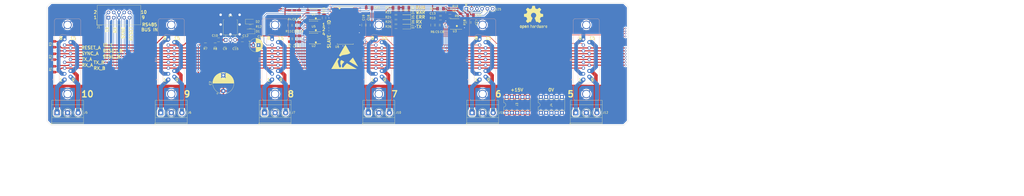
<source format=kicad_pcb>
(kicad_pcb (version 20171130) (host pcbnew "(5.0.0-rc2-dev-451-g0294e41cb)")
  (layers (0 F.Cu signal) (31 B.Cu signal) (34 B.Paste user) (35 F.Paste user) (36 B.SilkS user) (37 F.SilkS user) (38 B.Mask user) (39 F.Mask user) (44 Edge.Cuts user))
  (net 0 "")
  (net 1 +15V)
  (net 2 GND)
  (net 3 "Net-(C3-Pad1)")
  (net 4 "Net-(C4-Pad1)")
  (net 5 "Net-(C5-Pad1)")
  (net 6 "Net-(C10-Pad1)")
  (net 7 "Net-(C11-Pad1)")
  (net 8 +5V)
  (net 9 "Net-(C13-Pad1)")
  (net 10 "Net-(C17-Pad1)")
  (net 11 "Net-(C18-Pad1)")
  (net 12 "Net-(D1-Pad2)")
  (net 13 "Net-(D2-Pad2)")
  (net 14 "Net-(D3-Pad2)")
  (net 15 "Net-(D4-Pad2)")
  (net 16 "Net-(D5-Pad2)")
  (net 17 "Net-(D6-Pad2)")
  (net 18 "Net-(D7-Pad2)")
  (net 19 TX_A)
  (net 20 TX_B)
  (net 21 RX_A)
  (net 22 RX_B)
  (net 23 SYNC_A)
  (net 24 SYNC_B)
  (net 25 RESET_A)
  (net 26 RESET_B)
  (net 27 /PWMO1_1)
  (net 28 /PWMO2_1)
  (net 29 /PWMO2_2)
  (net 30 /PWMO1_2)
  (net 31 /PWMO1_3)
  (net 32 /PWMO2_3)
  (net 33 ID_1)
  (net 34 /PWMO2_6)
  (net 35 ID_6)
  (net 36 /PWMO1_6)
  (net 37 /PWMO2_4)
  (net 38 /PWMO1_4)
  (net 39 /PWMO1_5)
  (net 40 /PWMO2_5)
  (net 41 ID_2)
  (net 42 ID_7)
  (net 43 ID_3)
  (net 44 ID_8)
  (net 45 ID_4)
  (net 46 ID_9)
  (net 47 ID_5)
  (net 48 ID_10)
  (net 49 VPP)
  (net 50 ICSPDAT)
  (net 51 ICSPCLK)
  (net 52 "Net-(J25-Pad6)")
  (net 53 RST)
  (net 54 "Net-(R7-Pad1)")
  (net 55 "Net-(R9-Pad1)")
  (net 56 TX_ENA)
  (net 57 "Net-(R14-Pad1)")
  (net 58 "Net-(R15-Pad1)")
  (net 59 "Net-(R16-Pad1)")
  (net 60 "Net-(R22-Pad1)")
  (net 61 "Net-(R23-Pad1)")
  (net 62 "Net-(R24-Pad1)")
  (net 63 "Net-(R25-Pad1)")
  (net 64 "Net-(R26-Pad1)")
  (net 65 SYNC)
  (net 66 RX)
  (net 67 "Net-(U5-Pad1)")
  (net 68 TX)
  (module Package_DIP:DIP-10_W7.62mm (layer F.Cu) (at 279.5 216 90)
    (fp_text reference J4 (at 3.656 4.98 90) (layer F.SilkS))
    (fp_text value PowerBug_GND)
    (pad 10 thru_hole circle (at 7.62 0 90) (size 2 2) (drill 1.1) (layers *.Cu *.Mask) (net 2 GND))
    (pad 5 thru_hole circle (at 0 10.16 90) (size 2 2) (drill 1.1) (layers *.Cu *.Mask) (net 2 GND))
    (pad 9 thru_hole circle (at 7.62 2.54 90) (size 2 2) (drill 1.1) (layers *.Cu *.Mask) (net 2 GND))
    (pad 4 thru_hole circle (at 0 7.62 90) (size 2 2) (drill 1.1) (layers *.Cu *.Mask) (net 2 GND))
    (pad 8 thru_hole circle (at 7.62 5.08 90) (size 2 2) (drill 1.1) (layers *.Cu *.Mask) (net 2 GND))
    (pad 3 thru_hole circle (at 0 5.08 90) (size 2 2) (drill 1.1) (layers *.Cu *.Mask) (net 2 GND))
    (pad 7 thru_hole circle (at 7.62 7.62 90) (size 2 2) (drill 1.1) (layers *.Cu *.Mask) (net 2 GND))
    (pad 2 thru_hole circle (at 0 2.54 90) (size 2 2) (drill 1.1) (layers *.Cu *.Mask) (net 2 GND))
    (pad 6 thru_hole circle (at 7.62 10.16 90) (size 2 2) (drill 1.1) (layers *.Cu *.Mask) (net 2 GND))
    (pad 1 thru_hole circle (at 0 0 90) (size 2 2) (drill 1.1) (layers *.Cu *.Mask) (net 2 GND))
  )
  (module Package_DIP:DIP-10_W7.62mm (layer F.Cu) (at 263 216 90)
    (fp_text reference J3 (at 4 5 90) (layer F.SilkS))
    (fp_text value PowerBug+15V)
    (pad 1 thru_hole circle (at 0 0 90) (size 2 2) (drill 1.1) (layers *.Cu *.Mask) (net 1 +15V))
    (pad 6 thru_hole circle (at 7.62 10.16 90) (size 2 2) (drill 1.1) (layers *.Cu *.Mask) (net 1 +15V))
    (pad 2 thru_hole circle (at 0 2.54 90) (size 2 2) (drill 1.1) (layers *.Cu *.Mask) (net 1 +15V))
    (pad 7 thru_hole circle (at 7.62 7.62 90) (size 2 2) (drill 1.1) (layers *.Cu *.Mask) (net 1 +15V))
    (pad 3 thru_hole circle (at 0 5.08 90) (size 2 2) (drill 1.1) (layers *.Cu *.Mask) (net 1 +15V))
    (pad 8 thru_hole circle (at 7.62 5.08 90) (size 2 2) (drill 1.1) (layers *.Cu *.Mask) (net 1 +15V))
    (pad 4 thru_hole circle (at 0 7.62 90) (size 2 2) (drill 1.1) (layers *.Cu *.Mask) (net 1 +15V))
    (pad 9 thru_hole circle (at 7.62 2.54 90) (size 2 2) (drill 1.1) (layers *.Cu *.Mask) (net 1 +15V))
    (pad 5 thru_hole circle (at 0 10.16 90) (size 2 2) (drill 1.1) (layers *.Cu *.Mask) (net 1 +15V))
    (pad 10 thru_hole circle (at 7.62 0 90) (size 2 2) (drill 1.1) (layers *.Cu *.Mask) (net 1 +15V))
  )
  (module Package_SO:SOIC-8_3.9x4.9mm_P1.27mm (layer F.Cu) (at 169.9768 174.3964 180)
    (fp_text reference U5 (at 0 0 180) (layer F.SilkS))
    (fp_text value ST485EBDR)
    (pad 1 smd rect (at -2.7 -1.905 180) (size 1.55 0.6) (layers F.Cu F.Paste F.Mask) (net 67 "Net-(U5-Pad1)"))
    (pad 2 smd rect (at -2.7 -0.635 180) (size 1.55 0.6) (layers F.Cu F.Paste F.Mask) (net 7 "Net-(C11-Pad1)"))
    (pad 3 smd rect (at -2.7 0.635 180) (size 1.55 0.6) (layers F.Cu F.Paste F.Mask) (net 56 TX_ENA))
    (pad 4 smd rect (at -2.7 1.905 180) (size 1.55 0.6) (layers F.Cu F.Paste F.Mask) (net 68 TX))
    (pad 5 smd rect (at 2.7 1.905 180) (size 1.55 0.6) (layers F.Cu F.Paste F.Mask) (net 2 GND))
    (pad 6 smd rect (at 2.7 0.635 180) (size 1.55 0.6) (layers F.Cu F.Paste F.Mask) (net 19 TX_A))
    (pad 7 smd rect (at 2.7 -0.635 180) (size 1.55 0.6) (layers F.Cu F.Paste F.Mask) (net 20 TX_B))
    (pad 8 smd rect (at 2.7 -1.905 180) (size 1.55 0.6) (layers F.Cu F.Paste F.Mask) (net 7 "Net-(C11-Pad1)"))
  )
  (module Resistor_SMD:R_1206_3216Metric (layer F.Cu) (at 117.856 183.261 180)
    (fp_text reference R7 (at 0 -1.905 180) (layer F.SilkS))
    (fp_text value R)
    (pad 1 smd roundrect (at -1.4 0 180) (size 1.25 1.75) (layers F.Cu F.Paste F.Mask) (roundrect_rratio 0.2) (net 54 "Net-(R7-Pad1)"))
    (pad 2 smd roundrect (at 1.4 0 180) (size 1.25 1.75) (layers F.Cu F.Paste F.Mask) (roundrect_rratio 0.2) (net 1 +15V))
  )
  (module Capacitor_THT:CP_Radial_D10.0mm_P7.50mm (layer F.Cu) (at 126.5 205.5 90)
    (fp_text reference C2 (at 3.75 -6.25 90) (layer F.SilkS))
    (fp_text value 470u)
    (pad 2 thru_hole circle (at 7.5 0 90) (size 2 2) (drill 1) (layers *.Cu *.Mask) (net 2 GND))
    (pad 1 thru_hole rect (at 0 0 90) (size 2 2) (drill 1) (layers *.Cu *.Mask) (net 1 +15V))
  )
  (module Capacitor_SMD:C_1206_3216Metric (layer F.Cu) (at 162.9918 168.021 90)
    (fp_text reference C3 (at -2.921 0 180) (layer F.SilkS))
    (fp_text value C)
    (pad 1 smd roundrect (at -1.4 0 90) (size 1.25 1.75) (layers F.Cu F.Paste F.Mask) (roundrect_rratio 0.2) (net 3 "Net-(C3-Pad1)"))
    (pad 2 smd roundrect (at 1.4 0 90) (size 1.25 1.75) (layers F.Cu F.Paste F.Mask) (roundrect_rratio 0.2) (net 2 GND))
  )
  (module Capacitor_SMD:C_1206_3216Metric (layer F.Cu) (at 160.782 180.34 90)
    (fp_text reference C4 (at -3.302 0 90) (layer F.SilkS))
    (fp_text value C)
    (pad 1 smd roundrect (at -1.4 0 90) (size 1.25 1.75) (layers F.Cu F.Paste F.Mask) (roundrect_rratio 0.2) (net 4 "Net-(C4-Pad1)"))
    (pad 2 smd roundrect (at 1.4 0 90) (size 1.25 1.75) (layers F.Cu F.Paste F.Mask) (roundrect_rratio 0.2) (net 2 GND))
  )
  (module Capacitor_SMD:C_1206_3216Metric (layer F.Cu) (at 229.616 173.736 90)
    (fp_text reference C5 (at -3.302 0 180) (layer F.SilkS))
    (fp_text value C)
    (pad 2 smd roundrect (at 1.4 0 90) (size 1.25 1.75) (layers F.Cu F.Paste F.Mask) (roundrect_rratio 0.2) (net 2 GND))
    (pad 1 smd roundrect (at -1.4 0 90) (size 1.25 1.75) (layers F.Cu F.Paste F.Mask) (roundrect_rratio 0.2) (net 5 "Net-(C5-Pad1)"))
  )
  (module Capacitor_SMD:C_1206_3216Metric (layer F.Cu) (at 160.7058 168.021 90)
    (fp_text reference C6 (at -2.921 0 180) (layer F.SilkS))
    (fp_text value C)
    (pad 2 smd roundrect (at 1.4 0 90) (size 1.25 1.75) (layers F.Cu F.Paste F.Mask) (roundrect_rratio 0.2) (net 2 GND))
    (pad 1 smd roundrect (at -1.4 0 90) (size 1.25 1.75) (layers F.Cu F.Paste F.Mask) (roundrect_rratio 0.2) (net 3 "Net-(C3-Pad1)"))
  )
  (module Capacitor_SMD:C_1206_3216Metric (layer F.Cu) (at 163.068 180.34 90)
    (fp_text reference C7 (at -3.302 0 90) (layer F.SilkS))
    (fp_text value C)
    (pad 1 smd roundrect (at -1.4 0 90) (size 1.25 1.75) (layers F.Cu F.Paste F.Mask) (roundrect_rratio 0.2) (net 4 "Net-(C4-Pad1)"))
    (pad 2 smd roundrect (at 1.4 0 90) (size 1.25 1.75) (layers F.Cu F.Paste F.Mask) (roundrect_rratio 0.2) (net 2 GND))
  )
  (module Capacitor_SMD:C_1206_3216Metric (layer F.Cu) (at 231.902 173.736 90)
    (fp_text reference C8 (at -3.302 0 180) (layer F.SilkS))
    (fp_text value C)
    (pad 1 smd roundrect (at -1.4 0 90) (size 1.25 1.75) (layers F.Cu F.Paste F.Mask) (roundrect_rratio 0.2) (net 5 "Net-(C5-Pad1)"))
    (pad 2 smd roundrect (at 1.4 0 90) (size 1.25 1.75) (layers F.Cu F.Paste F.Mask) (roundrect_rratio 0.2) (net 2 GND))
  )
  (module Capacitor_SMD:C_1206_3216Metric (layer F.Cu) (at 127.254 183.261)
    (fp_text reference C9 (at 0 1.905) (layer F.SilkS))
    (fp_text value C)
    (pad 1 smd roundrect (at -1.4 0) (size 1.25 1.75) (layers F.Cu F.Paste F.Mask) (roundrect_rratio 0.2) (net 6 "Net-(C10-Pad1)"))
    (pad 2 smd roundrect (at 1.4 0) (size 1.25 1.75) (layers F.Cu F.Paste F.Mask) (roundrect_rratio 0.2) (net 2 GND))
  )
  (module Capacitor_SMD:C_1206_3216Metric (layer F.Cu) (at 124.206 180.848 180)
    (fp_text reference C10 (at 1.778 2.032 180) (layer F.SilkS))
    (fp_text value C)
    (pad 2 smd roundrect (at 1.4 0 180) (size 1.25 1.75) (layers F.Cu F.Paste F.Mask) (roundrect_rratio 0.2) (net 2 GND))
    (pad 1 smd roundrect (at -1.4 0 180) (size 1.25 1.75) (layers F.Cu F.Paste F.Mask) (roundrect_rratio 0.2) (net 6 "Net-(C10-Pad1)"))
  )
  (module Capacitor_SMD:C_1206_3216Metric (layer F.Cu) (at 160.7566 173.8406 90)
    (fp_text reference C11 (at -2.918 0.0762 180) (layer F.SilkS))
    (fp_text value C)
    (pad 2 smd roundrect (at 1.4 0 90) (size 1.25 1.75) (layers F.Cu F.Paste F.Mask) (roundrect_rratio 0.2) (net 2 GND))
    (pad 1 smd roundrect (at -1.4 0 90) (size 1.25 1.75) (layers F.Cu F.Paste F.Mask) (roundrect_rratio 0.2) (net 7 "Net-(C11-Pad1)"))
  )
  (module Capacitor_SMD:C_1206_3216Metric (layer F.Cu) (at 135.636 180.848)
    (fp_text reference C12 (at 1.524 -1.905) (layer F.SilkS))
    (fp_text value C)
    (pad 1 smd roundrect (at -1.4 0) (size 1.25 1.75) (layers F.Cu F.Paste F.Mask) (roundrect_rratio 0.2) (net 8 +5V))
    (pad 2 smd roundrect (at 1.4 0) (size 1.25 1.75) (layers F.Cu F.Paste F.Mask) (roundrect_rratio 0.2) (net 2 GND))
  )
  (module Capacitor_SMD:C_1206_3216Metric (layer F.Cu) (at 231.14 168.148 180)
    (fp_text reference C13 (at 3.81 0 180) (layer F.SilkS))
    (fp_text value C)
    (pad 1 smd roundrect (at -1.4 0 180) (size 1.25 1.75) (layers F.Cu F.Paste F.Mask) (roundrect_rratio 0.2) (net 9 "Net-(C13-Pad1)"))
    (pad 2 smd roundrect (at 1.4 0 180) (size 1.25 1.75) (layers F.Cu F.Paste F.Mask) (roundrect_rratio 0.2) (net 2 GND))
  )
  (module Capacitor_SMD:C_1206_3216Metric (layer F.Cu) (at 163.0426 173.8406 90)
    (fp_text reference C14 (at -2.918 0.635 180) (layer F.SilkS))
    (fp_text value C)
    (pad 2 smd roundrect (at 1.4 0 90) (size 1.25 1.75) (layers F.Cu F.Paste F.Mask) (roundrect_rratio 0.2) (net 2 GND))
    (pad 1 smd roundrect (at -1.4 0 90) (size 1.25 1.75) (layers F.Cu F.Paste F.Mask) (roundrect_rratio 0.2) (net 7 "Net-(C11-Pad1)"))
  )
  (module Capacitor_SMD:C_1206_3216Metric (layer F.Cu) (at 132.334 183.261 180)
    (fp_text reference C15 (at 0 -1.905 180) (layer F.SilkS))
    (fp_text value C)
    (pad 2 smd roundrect (at 1.4 0 180) (size 1.25 1.75) (layers F.Cu F.Paste F.Mask) (roundrect_rratio 0.2) (net 2 GND))
    (pad 1 smd roundrect (at -1.4 0 180) (size 1.25 1.75) (layers F.Cu F.Paste F.Mask) (roundrect_rratio 0.2) (net 8 +5V))
  )
  (module Capacitor_SMD:C_1206_3216Metric (layer F.Cu) (at 246.888 172.466 270)
    (fp_text reference C17 (at 0 -1.82 270) (layer F.SilkS))
    (fp_text value C)
    (pad 2 smd roundrect (at 1.4 0 270) (size 1.25 1.75) (layers F.Cu F.Paste F.Mask) (roundrect_rratio 0.2) (net 2 GND))
    (pad 1 smd roundrect (at -1.4 0 270) (size 1.25 1.75) (layers F.Cu F.Paste F.Mask) (roundrect_rratio 0.2) (net 10 "Net-(C17-Pad1)"))
  )
  (module Capacitor_SMD:C_1206_3216Metric (layer F.Cu) (at 196.342 173.736 90)
    (fp_text reference C18 (at 3.556 0.127 90) (layer F.SilkS))
    (fp_text value C)
    (pad 1 smd roundrect (at -1.4 0 90) (size 1.25 1.75) (layers F.Cu F.Paste F.Mask) (roundrect_rratio 0.2) (net 11 "Net-(C18-Pad1)"))
    (pad 2 smd roundrect (at 1.4 0 90) (size 1.25 1.75) (layers F.Cu F.Paste F.Mask) (roundrect_rratio 0.2) (net 2 GND))
  )
  (module Capacitor_SMD:C_1206_3216Metric (layer F.Cu) (at 194.056 173.736 90)
    (fp_text reference C19 (at 3.556 0 90) (layer F.SilkS))
    (fp_text value C)
    (pad 2 smd roundrect (at 1.4 0 90) (size 1.25 1.75) (layers F.Cu F.Paste F.Mask) (roundrect_rratio 0.2) (net 2 GND))
    (pad 1 smd roundrect (at -1.4 0 90) (size 1.25 1.75) (layers F.Cu F.Paste F.Mask) (roundrect_rratio 0.2) (net 11 "Net-(C18-Pad1)"))
  )
  (module Diode_SMD:D_1206_3216Metric (layer F.Cu) (at 139.446 176.784 180)
    (fp_text reference D1 (at -3.683 0 180) (layer F.SilkS))
    (fp_text value D_Zener)
    (pad 1 smd roundrect (at -1.4 0 180) (size 1.25 1.75) (layers F.Cu F.Paste F.Mask) (roundrect_rratio 0.2) (net 8 +5V))
    (pad 2 smd roundrect (at 1.4 0 180) (size 1.25 1.75) (layers F.Cu F.Paste F.Mask) (roundrect_rratio 0.2) (net 12 "Net-(D1-Pad2)"))
  )
  (module Diode_SMD:D_1206_3216Metric (layer F.Cu) (at 139.446 172.085)
    (fp_text reference D2 (at 3.556 0) (layer F.SilkS))
    (fp_text value LED)
    (pad 2 smd roundrect (at 1.4 0) (size 1.25 1.75) (layers F.Cu F.Paste F.Mask) (roundrect_rratio 0.2) (net 13 "Net-(D2-Pad2)"))
    (pad 1 smd roundrect (at -1.4 0) (size 1.25 1.75) (layers F.Cu F.Paste F.Mask) (roundrect_rratio 0.2) (net 2 GND))
  )
  (module Diode_SMD:D_1206_3216Metric (layer F.Cu) (at 214.5 165.354 180)
    (fp_text reference D3 (at -3.432 0 270) (layer F.SilkS))
    (fp_text value "LED GR")
    (pad 2 smd roundrect (at 1.4 0 180) (size 1.25 1.75) (layers F.Cu F.Paste F.Mask) (roundrect_rratio 0.2) (net 14 "Net-(D3-Pad2)"))
    (pad 1 smd roundrect (at -1.4 0 180) (size 1.25 1.75) (layers F.Cu F.Paste F.Mask) (roundrect_rratio 0.2) (net 2 GND))
  )
  (module Diode_SMD:D_1206_3216Metric (layer F.Cu) (at 214.5 167.64 180)
    (fp_text reference D4 (at -3.432 0 270) (layer F.SilkS))
    (fp_text value "LED YE")
    (pad 1 smd roundrect (at -1.4 0 180) (size 1.25 1.75) (layers F.Cu F.Paste F.Mask) (roundrect_rratio 0.2) (net 2 GND))
    (pad 2 smd roundrect (at 1.4 0 180) (size 1.25 1.75) (layers F.Cu F.Paste F.Mask) (roundrect_rratio 0.2) (net 15 "Net-(D4-Pad2)"))
  )
  (module Diode_SMD:D_1206_3216Metric (layer F.Cu) (at 214.5 169.926 180)
    (fp_text reference D5 (at -3.432 0 270) (layer F.SilkS))
    (fp_text value "LED RD")
    (pad 2 smd roundrect (at 1.4 0 180) (size 1.25 1.75) (layers F.Cu F.Paste F.Mask) (roundrect_rratio 0.2) (net 16 "Net-(D5-Pad2)"))
    (pad 1 smd roundrect (at -1.4 0 180) (size 1.25 1.75) (layers F.Cu F.Paste F.Mask) (roundrect_rratio 0.2) (net 2 GND))
  )
  (module Diode_SMD:D_1206_3216Metric (layer F.Cu) (at 214.5 172.212 180)
    (fp_text reference D6 (at -3.432 0 270) (layer F.SilkS))
    (fp_text value "LED GR")
    (pad 1 smd roundrect (at -1.4 0 180) (size 1.25 1.75) (layers F.Cu F.Paste F.Mask) (roundrect_rratio 0.2) (net 2 GND))
    (pad 2 smd roundrect (at 1.4 0 180) (size 1.25 1.75) (layers F.Cu F.Paste F.Mask) (roundrect_rratio 0.2) (net 17 "Net-(D6-Pad2)"))
  )
  (module Diode_SMD:D_1206_3216Metric (layer F.Cu) (at 214.5 174.498 180)
    (fp_text reference D7 (at -3.432 0 270) (layer F.SilkS))
    (fp_text value "LED GR")
    (pad 1 smd roundrect (at -1.4 0 180) (size 1.25 1.75) (layers F.Cu F.Paste F.Mask) (roundrect_rratio 0.2) (net 2 GND))
    (pad 2 smd roundrect (at 1.4 0 180) (size 1.25 1.75) (layers F.Cu F.Paste F.Mask) (roundrect_rratio 0.2) (net 18 "Net-(D7-Pad2)"))
  )
  (module Connector_IDC:IDC-Header_2x05_P2.54mm_Vertical (layer F.Cu) (at 71.12 170.18 90)
    (fp_text reference J1 (at -4.572 -4.826 180) (layer F.SilkS))
    (fp_text value Conn_02x05_Odd_Even)
    (pad 1 thru_hole rect (at 0 0 90) (size 1.7272 1.7272) (drill 1.016) (layers *.Cu *.Mask) (net 19 TX_A))
    (pad 2 thru_hole oval (at 2.54 0 90) (size 1.7272 1.7272) (drill 1.016) (layers *.Cu *.Mask) (net 20 TX_B))
    (pad 3 thru_hole oval (at 0 2.54 90) (size 1.7272 1.7272) (drill 1.016) (layers *.Cu *.Mask) (net 21 RX_A))
    (pad 4 thru_hole oval (at 2.54 2.54 90) (size 1.7272 1.7272) (drill 1.016) (layers *.Cu *.Mask) (net 22 RX_B))
    (pad 5 thru_hole oval (at 0 5.08 90) (size 1.7272 1.7272) (drill 1.016) (layers *.Cu *.Mask) (net 2 GND))
    (pad 6 thru_hole oval (at 2.54 5.08 90) (size 1.7272 1.7272) (drill 1.016) (layers *.Cu *.Mask) (net 2 GND))
    (pad 7 thru_hole oval (at 0 7.62 90) (size 1.7272 1.7272) (drill 1.016) (layers *.Cu *.Mask) (net 23 SYNC_A))
    (pad 8 thru_hole oval (at 2.54 7.62 90) (size 1.7272 1.7272) (drill 1.016) (layers *.Cu *.Mask) (net 24 SYNC_B))
    (pad 9 thru_hole oval (at 0 10.16 90) (size 1.7272 1.7272) (drill 1.016) (layers *.Cu *.Mask) (net 25 RESET_A))
    (pad 10 thru_hole oval (at 2.54 10.16 90) (size 1.7272 1.7272) (drill 1.016) (layers *.Cu *.Mask) (net 26 RESET_B))
  )
  (module TerminalBlock_Phoenix:TerminalBlock_Phoenix_MKDS-3-3-5.08_1x03_P5.08mm_Horizontal (layer F.Cu) (at 46.35 216)
    (fp_text reference J5 (at 13.848 -0.1) (layer F.SilkS))
    (fp_text value Conn_01x03)
    (pad 3 thru_hole circle (at 10.16 0) (size 2.6 2.6) (drill 1.3) (layers *.Cu *.Mask) (net 27 /PWMO1_1))
    (pad 2 thru_hole circle (at 5.08 0) (size 2.6 2.6) (drill 1.3) (layers *.Cu *.Mask) (net 2 GND))
    (pad 1 thru_hole rect (at 0 0) (size 2.6 2.6) (drill 1.3) (layers *.Cu *.Mask) (net 28 /PWMO2_1))
  )
  (module TerminalBlock_Phoenix:TerminalBlock_Phoenix_MKDS-3-3-5.08_1x03_P5.08mm_Horizontal (layer F.Cu) (at 96.35 216)
    (fp_text reference J6 (at 13.886 -0.1) (layer F.SilkS))
    (fp_text value Conn_01x03)
    (pad 1 thru_hole rect (at 0 0) (size 2.6 2.6) (drill 1.3) (layers *.Cu *.Mask) (net 29 /PWMO2_2))
    (pad 2 thru_hole circle (at 5.08 0) (size 2.6 2.6) (drill 1.3) (layers *.Cu *.Mask) (net 2 GND))
    (pad 3 thru_hole circle (at 10.16 0) (size 2.6 2.6) (drill 1.3) (layers *.Cu *.Mask) (net 30 /PWMO1_2))
  )
  (module TerminalBlock_Phoenix:TerminalBlock_Phoenix_MKDS-3-3-5.08_1x03_P5.08mm_Horizontal (layer F.Cu) (at 146.35 216)
    (fp_text reference J7 (at 13.924 -0.1) (layer F.SilkS))
    (fp_text value Conn_01x03)
    (pad 3 thru_hole circle (at 10.16 0) (size 2.6 2.6) (drill 1.3) (layers *.Cu *.Mask) (net 31 /PWMO1_3))
    (pad 2 thru_hole circle (at 5.08 0) (size 2.6 2.6) (drill 1.3) (layers *.Cu *.Mask) (net 2 GND))
    (pad 1 thru_hole rect (at 0 0) (size 2.6 2.6) (drill 1.3) (layers *.Cu *.Mask) (net 32 /PWMO2_3))
  )
  (module Connector_Dsub:DSUB-15_Female_Vertical_P2.77x2.84mm_MountingHoles (layer B.Cu) (at 50 200 270)
    (fp_text reference J8 (at -9.695 5.89 270) (layer B.SilkS) (effects (justify mirror)))
    (fp_text value DB15_Female_MountingHoles)
    (pad 1 thru_hole rect (at 0 0 270) (size 1.6 1.6) (drill 1) (layers *.Cu *.Mask) (net 28 /PWMO2_1))
    (pad 2 thru_hole circle (at -2.77 0 270) (size 1.6 1.6) (drill 1) (layers *.Cu *.Mask) (net 2 GND))
    (pad 3 thru_hole circle (at -5.54 0 270) (size 1.6 1.6) (drill 1) (layers *.Cu *.Mask) (net 22 RX_B))
    (pad 4 thru_hole circle (at -8.31 0 270) (size 1.6 1.6) (drill 1) (layers *.Cu *.Mask) (net 20 TX_B))
    (pad 5 thru_hole circle (at -11.08 0 270) (size 1.6 1.6) (drill 1) (layers *.Cu *.Mask) (net 24 SYNC_B))
    (pad 6 thru_hole circle (at -13.85 0 270) (size 1.6 1.6) (drill 1) (layers *.Cu *.Mask) (net 26 RESET_B))
    (pad 7 thru_hole circle (at -16.62 0 270) (size 1.6 1.6) (drill 1) (layers *.Cu *.Mask) (net 33 ID_1))
    (pad 8 thru_hole circle (at -19.39 0 270) (size 1.6 1.6) (drill 1) (layers *.Cu *.Mask) (net 2 GND))
    (pad 9 thru_hole circle (at -1.385 -2.84 270) (size 1.6 1.6) (drill 1) (layers *.Cu *.Mask) (net 27 /PWMO1_1))
    (pad 10 thru_hole circle (at -4.155 -2.84 270) (size 1.6 1.6) (drill 1) (layers *.Cu *.Mask) (net 1 +15V))
    (pad 11 thru_hole circle (at -6.925 -2.84 270) (size 1.6 1.6) (drill 1) (layers *.Cu *.Mask) (net 21 RX_A))
    (pad 12 thru_hole circle (at -9.695 -2.84 270) (size 1.6 1.6) (drill 1) (layers *.Cu *.Mask) (net 19 TX_A))
    (pad 13 thru_hole circle (at -12.465 -2.84 270) (size 1.6 1.6) (drill 1) (layers *.Cu *.Mask) (net 23 SYNC_A))
    (pad 14 thru_hole circle (at -15.235 -2.84 270) (size 1.6 1.6) (drill 1) (layers *.Cu *.Mask) (net 25 RESET_A))
    (pad 15 thru_hole circle (at -18.005 -2.84 270) (size 1.6 1.6) (drill 1) (layers *.Cu *.Mask) (net 1 +15V))
    (pad 0 thru_hole circle (at -26.345 -1.42 270) (size 4 4) (drill 3.2) (layers *.Cu *.Mask) (net 2 GND))
    (pad 0 thru_hole circle (at 6.955 -1.42 270) (size 4 4) (drill 3.2) (layers *.Cu *.Mask) (net 2 GND))
  )
  (module Connector_Dsub:DSUB-15_Female_Vertical_P2.77x2.84mm_MountingHoles (layer B.Cu) (at 300 200 270)
    (fp_text reference J9 (at -9.695 5.89 270) (layer B.SilkS) (effects (justify mirror)))
    (fp_text value DB15_Female_MountingHoles)
    (pad 1 thru_hole rect (at 0 0 270) (size 1.6 1.6) (drill 1) (layers *.Cu *.Mask) (net 34 /PWMO2_6))
    (pad 2 thru_hole circle (at -2.77 0 270) (size 1.6 1.6) (drill 1) (layers *.Cu *.Mask) (net 2 GND))
    (pad 3 thru_hole circle (at -5.54 0 270) (size 1.6 1.6) (drill 1) (layers *.Cu *.Mask) (net 22 RX_B))
    (pad 4 thru_hole circle (at -8.31 0 270) (size 1.6 1.6) (drill 1) (layers *.Cu *.Mask) (net 20 TX_B))
    (pad 5 thru_hole circle (at -11.08 0 270) (size 1.6 1.6) (drill 1) (layers *.Cu *.Mask) (net 24 SYNC_B))
    (pad 6 thru_hole circle (at -13.85 0 270) (size 1.6 1.6) (drill 1) (layers *.Cu *.Mask) (net 26 RESET_B))
    (pad 7 thru_hole circle (at -16.62 0 270) (size 1.6 1.6) (drill 1) (layers *.Cu *.Mask) (net 35 ID_6))
    (pad 8 thru_hole circle (at -19.39 0 270) (size 1.6 1.6) (drill 1) (layers *.Cu *.Mask) (net 2 GND))
    (pad 9 thru_hole circle (at -1.385 -2.84 270) (size 1.6 1.6) (drill 1) (layers *.Cu *.Mask) (net 36 /PWMO1_6))
    (pad 10 thru_hole circle (at -4.155 -2.84 270) (size 1.6 1.6) (drill 1) (layers *.Cu *.Mask) (net 1 +15V))
    (pad 11 thru_hole circle (at -6.925 -2.84 270) (size 1.6 1.6) (drill 1) (layers *.Cu *.Mask) (net 21 RX_A))
    (pad 12 thru_hole circle (at -9.695 -2.84 270) (size 1.6 1.6) (drill 1) (layers *.Cu *.Mask) (net 19 TX_A))
    (pad 13 thru_hole circle (at -12.465 -2.84 270) (size 1.6 1.6) (drill 1) (layers *.Cu *.Mask) (net 23 SYNC_A))
    (pad 14 thru_hole circle (at -15.235 -2.84 270) (size 1.6 1.6) (drill 1) (layers *.Cu *.Mask) (net 25 RESET_A))
    (pad 15 thru_hole circle (at -18.005 -2.84 270) (size 1.6 1.6) (drill 1) (layers *.Cu *.Mask) (net 1 +15V))
    (pad 0 thru_hole circle (at -26.345 -1.42 270) (size 4 4) (drill 3.2) (layers *.Cu *.Mask) (net 2 GND))
    (pad 0 thru_hole circle (at 6.955 -1.42 270) (size 4 4) (drill 3.2) (layers *.Cu *.Mask) (net 2 GND))
  )
  (module TerminalBlock_Phoenix:TerminalBlock_Phoenix_MKDS-3-3-5.08_1x03_P5.08mm_Horizontal (layer F.Cu) (at 196.35 216)
    (fp_text reference J10 (at 14.47 -0.1) (layer F.SilkS))
    (fp_text value Conn_01x03)
    (pad 1 thru_hole rect (at 0 0) (size 2.6 2.6) (drill 1.3) (layers *.Cu *.Mask) (net 37 /PWMO2_4))
    (pad 2 thru_hole circle (at 5.08 0) (size 2.6 2.6) (drill 1.3) (layers *.Cu *.Mask) (net 2 GND))
    (pad 3 thru_hole circle (at 10.16 0) (size 2.6 2.6) (drill 1.3) (layers *.Cu *.Mask) (net 38 /PWMO1_4))
  )
  (module TerminalBlock_Phoenix:TerminalBlock_Phoenix_MKDS-3-3-5.08_1x03_P5.08mm_Horizontal (layer F.Cu) (at 246.35 216)
    (fp_text reference J11 (at 14.254 -0.1) (layer F.SilkS))
    (fp_text value Conn_01x03)
    (pad 3 thru_hole circle (at 10.16 0) (size 2.6 2.6) (drill 1.3) (layers *.Cu *.Mask) (net 39 /PWMO1_5))
    (pad 2 thru_hole circle (at 5.08 0) (size 2.6 2.6) (drill 1.3) (layers *.Cu *.Mask) (net 2 GND))
    (pad 1 thru_hole rect (at 0 0) (size 2.6 2.6) (drill 1.3) (layers *.Cu *.Mask) (net 40 /PWMO2_5))
  )
  (module TerminalBlock_Phoenix:TerminalBlock_Phoenix_MKDS-3-3-5.08_1x03_P5.08mm_Horizontal (layer F.Cu) (at 296.35 216)
    (fp_text reference J12 (at 14.292 -0.1) (layer F.SilkS))
    (fp_text value Conn_01x03)
    (pad 1 thru_hole rect (at 0 0) (size 2.6 2.6) (drill 1.3) (layers *.Cu *.Mask) (net 34 /PWMO2_6))
    (pad 2 thru_hole circle (at 5.08 0) (size 2.6 2.6) (drill 1.3) (layers *.Cu *.Mask) (net 2 GND))
    (pad 3 thru_hole circle (at 10.16 0) (size 2.6 2.6) (drill 1.3) (layers *.Cu *.Mask) (net 36 /PWMO1_6))
  )
  (module Connector_Dsub:DSUB-15_Female_Vertical_P2.77x2.84mm_MountingHoles (layer B.Cu) (at 100 200 270)
    (fp_text reference J16 (at -9.695 5.89 270) (layer B.SilkS) (effects (justify mirror)))
    (fp_text value DB15_Female_MountingHoles)
    (pad 0 thru_hole circle (at 6.955 -1.42 270) (size 4 4) (drill 3.2) (layers *.Cu *.Mask) (net 2 GND))
    (pad 0 thru_hole circle (at -26.345 -1.42 270) (size 4 4) (drill 3.2) (layers *.Cu *.Mask) (net 2 GND))
    (pad 15 thru_hole circle (at -18.005 -2.84 270) (size 1.6 1.6) (drill 1) (layers *.Cu *.Mask) (net 1 +15V))
    (pad 14 thru_hole circle (at -15.235 -2.84 270) (size 1.6 1.6) (drill 1) (layers *.Cu *.Mask) (net 25 RESET_A))
    (pad 13 thru_hole circle (at -12.465 -2.84 270) (size 1.6 1.6) (drill 1) (layers *.Cu *.Mask) (net 23 SYNC_A))
    (pad 12 thru_hole circle (at -9.695 -2.84 270) (size 1.6 1.6) (drill 1) (layers *.Cu *.Mask) (net 19 TX_A))
    (pad 11 thru_hole circle (at -6.925 -2.84 270) (size 1.6 1.6) (drill 1) (layers *.Cu *.Mask) (net 21 RX_A))
    (pad 10 thru_hole circle (at -4.155 -2.84 270) (size 1.6 1.6) (drill 1) (layers *.Cu *.Mask) (net 1 +15V))
    (pad 9 thru_hole circle (at -1.385 -2.84 270) (size 1.6 1.6) (drill 1) (layers *.Cu *.Mask) (net 30 /PWMO1_2))
    (pad 8 thru_hole circle (at -19.39 0 270) (size 1.6 1.6) (drill 1) (layers *.Cu *.Mask) (net 2 GND))
    (pad 7 thru_hole circle (at -16.62 0 270) (size 1.6 1.6) (drill 1) (layers *.Cu *.Mask) (net 41 ID_2))
    (pad 6 thru_hole circle (at -13.85 0 270) (size 1.6 1.6) (drill 1) (layers *.Cu *.Mask) (net 26 RESET_B))
    (pad 5 thru_hole circle (at -11.08 0 270) (size 1.6 1.6) (drill 1) (layers *.Cu *.Mask) (net 24 SYNC_B))
    (pad 4 thru_hole circle (at -8.31 0 270) (size 1.6 1.6) (drill 1) (layers *.Cu *.Mask) (net 20 TX_B))
    (pad 3 thru_hole circle (at -5.54 0 270) (size 1.6 1.6) (drill 1) (layers *.Cu *.Mask) (net 22 RX_B))
    (pad 2 thru_hole circle (at -2.77 0 270) (size 1.6 1.6) (drill 1) (layers *.Cu *.Mask) (net 2 GND))
    (pad 1 thru_hole rect (at 0 0 270) (size 1.6 1.6) (drill 1) (layers *.Cu *.Mask) (net 29 /PWMO2_2))
  )
  (module Connector_Dsub:DSUB-15_Female_Vertical_P2.77x2.84mm_MountingHoles (layer B.Cu) (at 150 200 270)
    (fp_text reference J19 (at -9.695 5.89 270) (layer B.SilkS) (effects (justify mirror)))
    (fp_text value DB15_Female_MountingHoles)
    (pad 1 thru_hole rect (at 0 0 270) (size 1.6 1.6) (drill 1) (layers *.Cu *.Mask) (net 32 /PWMO2_3))
    (pad 2 thru_hole circle (at -2.77 0 270) (size 1.6 1.6) (drill 1) (layers *.Cu *.Mask) (net 2 GND))
    (pad 3 thru_hole circle (at -5.54 0 270) (size 1.6 1.6) (drill 1) (layers *.Cu *.Mask) (net 22 RX_B))
    (pad 4 thru_hole circle (at -8.31 0 270) (size 1.6 1.6) (drill 1) (layers *.Cu *.Mask) (net 20 TX_B))
    (pad 5 thru_hole circle (at -11.08 0 270) (size 1.6 1.6) (drill 1) (layers *.Cu *.Mask) (net 24 SYNC_B))
    (pad 6 thru_hole circle (at -13.85 0 270) (size 1.6 1.6) (drill 1) (layers *.Cu *.Mask) (net 26 RESET_B))
    (pad 7 thru_hole circle (at -16.62 0 270) (size 1.6 1.6) (drill 1) (layers *.Cu *.Mask) (net 43 ID_3))
    (pad 8 thru_hole circle (at -19.39 0 270) (size 1.6 1.6) (drill 1) (layers *.Cu *.Mask) (net 2 GND))
    (pad 9 thru_hole circle (at -1.385 -2.84 270) (size 1.6 1.6) (drill 1) (layers *.Cu *.Mask) (net 31 /PWMO1_3))
    (pad 10 thru_hole circle (at -4.155 -2.84 270) (size 1.6 1.6) (drill 1) (layers *.Cu *.Mask) (net 1 +15V))
    (pad 11 thru_hole circle (at -6.925 -2.84 270) (size 1.6 1.6) (drill 1) (layers *.Cu *.Mask) (net 21 RX_A))
    (pad 12 thru_hole circle (at -9.695 -2.84 270) (size 1.6 1.6) (drill 1) (layers *.Cu *.Mask) (net 19 TX_A))
    (pad 13 thru_hole circle (at -12.465 -2.84 270) (size 1.6 1.6) (drill 1) (layers *.Cu *.Mask) (net 23 SYNC_A))
    (pad 14 thru_hole circle (at -15.235 -2.84 270) (size 1.6 1.6) (drill 1) (layers *.Cu *.Mask) (net 25 RESET_A))
    (pad 15 thru_hole circle (at -18.005 -2.84 270) (size 1.6 1.6) (drill 1) (layers *.Cu *.Mask) (net 1 +15V))
    (pad 0 thru_hole circle (at -26.345 -1.42 270) (size 4 4) (drill 3.2) (layers *.Cu *.Mask) (net 2 GND))
    (pad 0 thru_hole circle (at 6.955 -1.42 270) (size 4 4) (drill 3.2) (layers *.Cu *.Mask) (net 2 GND))
  )
  (module Connector_Dsub:DSUB-15_Female_Vertical_P2.77x2.84mm_MountingHoles (layer B.Cu) (at 200 200 270)
    (fp_text reference J21 (at -9.695 5.89 270) (layer B.SilkS) (effects (justify mirror)))
    (fp_text value DB15_Female_MountingHoles)
    (pad 0 thru_hole circle (at 6.955 -1.42 270) (size 4 4) (drill 3.2) (layers *.Cu *.Mask) (net 2 GND))
    (pad 0 thru_hole circle (at -26.345 -1.42 270) (size 4 4) (drill 3.2) (layers *.Cu *.Mask) (net 2 GND))
    (pad 15 thru_hole circle (at -18.005 -2.84 270) (size 1.6 1.6) (drill 1) (layers *.Cu *.Mask) (net 1 +15V))
    (pad 14 thru_hole circle (at -15.235 -2.84 270) (size 1.6 1.6) (drill 1) (layers *.Cu *.Mask) (net 25 RESET_A))
    (pad 13 thru_hole circle (at -12.465 -2.84 270) (size 1.6 1.6) (drill 1) (layers *.Cu *.Mask) (net 23 SYNC_A))
    (pad 12 thru_hole circle (at -9.695 -2.84 270) (size 1.6 1.6) (drill 1) (layers *.Cu *.Mask) (net 19 TX_A))
    (pad 11 thru_hole circle (at -6.925 -2.84 270) (size 1.6 1.6) (drill 1) (layers *.Cu *.Mask) (net 21 RX_A))
    (pad 10 thru_hole circle (at -4.155 -2.84 270) (size 1.6 1.6) (drill 1) (layers *.Cu *.Mask) (net 1 +15V))
    (pad 9 thru_hole circle (at -1.385 -2.84 270) (size 1.6 1.6) (drill 1) (layers *.Cu *.Mask) (net 38 /PWMO1_4))
    (pad 8 thru_hole circle (at -19.39 0 270) (size 1.6 1.6) (drill 1) (layers *.Cu *.Mask) (net 2 GND))
    (pad 7 thru_hole circle (at -16.62 0 270) (size 1.6 1.6) (drill 1) (layers *.Cu *.Mask) (net 45 ID_4))
    (pad 6 thru_hole circle (at -13.85 0 270) (size 1.6 1.6) (drill 1) (layers *.Cu *.Mask) (net 26 RESET_B))
    (pad 5 thru_hole circle (at -11.08 0 270) (size 1.6 1.6) (drill 1) (layers *.Cu *.Mask) (net 24 SYNC_B))
    (pad 4 thru_hole circle (at -8.31 0 270) (size 1.6 1.6) (drill 1) (layers *.Cu *.Mask) (net 20 TX_B))
    (pad 3 thru_hole circle (at -5.54 0 270) (size 1.6 1.6) (drill 1) (layers *.Cu *.Mask) (net 22 RX_B))
    (pad 2 thru_hole circle (at -2.77 0 270) (size 1.6 1.6) (drill 1) (layers *.Cu *.Mask) (net 2 GND))
    (pad 1 thru_hole rect (at 0 0 270) (size 1.6 1.6) (drill 1) (layers *.Cu *.Mask) (net 37 /PWMO2_4))
  )
  (module Connector_Dsub:DSUB-15_Female_Vertical_P2.77x2.84mm_MountingHoles (layer B.Cu) (at 250 200 270)
    (fp_text reference J23 (at -9.695 5.89 270) (layer B.SilkS) (effects (justify mirror)))
    (fp_text value DB15_Female_MountingHoles)
    (pad 0 thru_hole circle (at 6.955 -1.42 270) (size 4 4) (drill 3.2) (layers *.Cu *.Mask) (net 2 GND))
    (pad 0 thru_hole circle (at -26.345 -1.42 270) (size 4 4) (drill 3.2) (layers *.Cu *.Mask) (net 2 GND))
    (pad 15 thru_hole circle (at -18.005 -2.84 270) (size 1.6 1.6) (drill 1) (layers *.Cu *.Mask) (net 1 +15V))
    (pad 14 thru_hole circle (at -15.235 -2.84 270) (size 1.6 1.6) (drill 1) (layers *.Cu *.Mask) (net 25 RESET_A))
    (pad 13 thru_hole circle (at -12.465 -2.84 270) (size 1.6 1.6) (drill 1) (layers *.Cu *.Mask) (net 23 SYNC_A))
    (pad 12 thru_hole circle (at -9.695 -2.84 270) (size 1.6 1.6) (drill 1) (layers *.Cu *.Mask) (net 19 TX_A))
    (pad 11 thru_hole circle (at -6.925 -2.84 270) (size 1.6 1.6) (drill 1) (layers *.Cu *.Mask) (net 21 RX_A))
    (pad 10 thru_hole circle (at -4.155 -2.84 270) (size 1.6 1.6) (drill 1) (layers *.Cu *.Mask) (net 1 +15V))
    (pad 9 thru_hole circle (at -1.385 -2.84 270) (size 1.6 1.6) (drill 1) (layers *.Cu *.Mask) (net 39 /PWMO1_5))
    (pad 8 thru_hole circle (at -19.39 0 270) (size 1.6 1.6) (drill 1) (layers *.Cu *.Mask) (net 2 GND))
    (pad 7 thru_hole circle (at -16.62 0 270) (size 1.6 1.6) (drill 1) (layers *.Cu *.Mask) (net 47 ID_5))
    (pad 6 thru_hole circle (at -13.85 0 270) (size 1.6 1.6) (drill 1) (layers *.Cu *.Mask) (net 26 RESET_B))
    (pad 5 thru_hole circle (at -11.08 0 270) (size 1.6 1.6) (drill 1) (layers *.Cu *.Mask) (net 24 SYNC_B))
    (pad 4 thru_hole circle (at -8.31 0 270) (size 1.6 1.6) (drill 1) (layers *.Cu *.Mask) (net 20 TX_B))
    (pad 3 thru_hole circle (at -5.54 0 270) (size 1.6 1.6) (drill 1) (layers *.Cu *.Mask) (net 22 RX_B))
    (pad 2 thru_hole circle (at -2.77 0 270) (size 1.6 1.6) (drill 1) (layers *.Cu *.Mask) (net 2 GND))
    (pad 1 thru_hole rect (at 0 0 270) (size 1.6 1.6) (drill 1) (layers *.Cu *.Mask) (net 40 /PWMO2_5))
  )
  (module Connector_PinHeader_2.54mm:PinHeader_1x06_P2.54mm_Vertical (layer F.Cu) (at 243.586 165.862 90)
    (fp_text reference J25 (at -0.254 15.494 180) (layer F.SilkS))
    (fp_text value Conn_01x06)
    (pad 6 thru_hole oval (at 0 12.7 90) (size 1.7 1.7) (drill 1) (layers *.Cu *.Mask) (net 52 "Net-(J25-Pad6)"))
    (pad 5 thru_hole oval (at 0 10.16 90) (size 1.7 1.7) (drill 1) (layers *.Cu *.Mask) (net 51 ICSPCLK))
    (pad 4 thru_hole oval (at 0 7.62 90) (size 1.7 1.7) (drill 1) (layers *.Cu *.Mask) (net 50 ICSPDAT))
    (pad 3 thru_hole oval (at 0 5.08 90) (size 1.7 1.7) (drill 1) (layers *.Cu *.Mask) (net 2 GND))
    (pad 2 thru_hole oval (at 0 2.54 90) (size 1.7 1.7) (drill 1) (layers *.Cu *.Mask) (net 8 +5V))
    (pad 1 thru_hole rect (at 0 0 90) (size 1.7 1.7) (drill 1) (layers *.Cu *.Mask) (net 49 VPP))
  )
  (module Package_TO_SOT_SMD:SOT-23 (layer F.Cu) (at 235.204 166.624 90)
    (fp_text reference Q1 (at -0.254 2.794 180) (layer F.SilkS))
    (fp_text value Q_NMOS_GSD)
    (pad 1 smd rect (at -1 -0.95 90) (size 0.9 0.8) (layers F.Cu F.Paste F.Mask) (net 9 "Net-(C13-Pad1)"))
    (pad 2 smd rect (at -1 0.95 90) (size 0.9 0.8) (layers F.Cu F.Paste F.Mask) (net 2 GND))
    (pad 3 smd rect (at 1 0 90) (size 0.9 0.8) (layers F.Cu F.Paste F.Mask) (net 53 RST))
  )
  (module Resistor_SMD:R_1206_3216Metric (layer F.Cu) (at 45 195 90)
    (fp_text reference R1 (at 0 -1.82 90) (layer F.SilkS))
    (fp_text value 120E)
    (pad 2 smd roundrect (at 1.4 0 90) (size 1.25 1.75) (layers F.Cu F.Paste F.Mask) (roundrect_rratio 0.2) (net 21 RX_A))
    (pad 1 smd roundrect (at -1.4 0 90) (size 1.25 1.75) (layers F.Cu F.Paste F.Mask) (roundrect_rratio 0.2) (net 22 RX_B))
  )
  (module Resistor_SMD:R_1206_3216Metric (layer F.Cu) (at 45 188.976 90)
    (fp_text reference R2 (at 0 -1.82 90) (layer F.SilkS))
    (fp_text value 120E)
    (pad 1 smd roundrect (at -1.4 0 90) (size 1.25 1.75) (layers F.Cu F.Paste F.Mask) (roundrect_rratio 0.2) (net 24 SYNC_B))
    (pad 2 smd roundrect (at 1.4 0 90) (size 1.25 1.75) (layers F.Cu F.Paste F.Mask) (roundrect_rratio 0.2) (net 23 SYNC_A))
  )
  (module Resistor_SMD:R_1206_3216Metric (layer F.Cu) (at 45 183 90)
    (fp_text reference R3 (at 0 -1.82 90) (layer F.SilkS))
    (fp_text value 120E)
    (pad 2 smd roundrect (at 1.4 0 90) (size 1.25 1.75) (layers F.Cu F.Paste F.Mask) (roundrect_rratio 0.2) (net 25 RESET_A))
    (pad 1 smd roundrect (at -1.4 0 90) (size 1.25 1.75) (layers F.Cu F.Paste F.Mask) (roundrect_rratio 0.2) (net 26 RESET_B))
  )
  (module Resistor_SMD:R_1206_3216Metric (layer F.Cu) (at 158.4198 168.021 90)
    (fp_text reference R4 (at -2.9718 0.0508 180) (layer F.SilkS))
    (fp_text value R)
    (pad 2 smd roundrect (at 1.4 0 90) (size 1.25 1.75) (layers F.Cu F.Paste F.Mask) (roundrect_rratio 0.2) (net 8 +5V))
    (pad 1 smd roundrect (at -1.4 0 90) (size 1.25 1.75) (layers F.Cu F.Paste F.Mask) (roundrect_rratio 0.2) (net 3 "Net-(C3-Pad1)"))
  )
  (module Resistor_SMD:R_1206_3216Metric (layer F.Cu) (at 158.496 180.34 90)
    (fp_text reference R5 (at -3.302 0 90) (layer F.SilkS))
    (fp_text value R)
    (pad 1 smd roundrect (at -1.4 0 90) (size 1.25 1.75) (layers F.Cu F.Paste F.Mask) (roundrect_rratio 0.2) (net 4 "Net-(C4-Pad1)"))
    (pad 2 smd roundrect (at 1.4 0 90) (size 1.25 1.75) (layers F.Cu F.Paste F.Mask) (roundrect_rratio 0.2) (net 8 +5V))
  )
  (module Resistor_SMD:R_1206_3216Metric (layer F.Cu) (at 227.33 173.736 90)
    (fp_text reference R6 (at -3.302 0 180) (layer F.SilkS))
    (fp_text value R)
    (pad 1 smd roundrect (at -1.4 0 90) (size 1.25 1.75) (layers F.Cu F.Paste F.Mask) (roundrect_rratio 0.2) (net 5 "Net-(C5-Pad1)"))
    (pad 2 smd roundrect (at 1.4 0 90) (size 1.25 1.75) (layers F.Cu F.Paste F.Mask) (roundrect_rratio 0.2) (net 8 +5V))
  )
  (module Resistor_SMD:R_1206_3216Metric (layer F.Cu) (at 122.555 183.261 180)
    (fp_text reference R8 (at 0 -1.905 180) (layer F.SilkS))
    (fp_text value R)
    (pad 2 smd roundrect (at 1.4 0 180) (size 1.25 1.75) (layers F.Cu F.Paste F.Mask) (roundrect_rratio 0.2) (net 54 "Net-(R7-Pad1)"))
    (pad 1 smd roundrect (at -1.4 0 180) (size 1.25 1.75) (layers F.Cu F.Paste F.Mask) (roundrect_rratio 0.2) (net 6 "Net-(C10-Pad1)"))
  )
  (module Resistor_SMD:R_1206_3216Metric (layer F.Cu) (at 235.712 169.418 180)
    (fp_text reference R9 (at -3.302 0 180) (layer F.SilkS))
    (fp_text value R)
    (pad 2 smd roundrect (at 1.4 0 180) (size 1.25 1.75) (layers F.Cu F.Paste F.Mask) (roundrect_rratio 0.2) (net 9 "Net-(C13-Pad1)"))
    (pad 1 smd roundrect (at -1.4 0 180) (size 1.25 1.75) (layers F.Cu F.Paste F.Mask) (roundrect_rratio 0.2) (net 55 "Net-(R9-Pad1)"))
  )
  (module Resistor_SMD:R_1206_3216Metric (layer F.Cu) (at 231.14 170.3872 180)
    (fp_text reference R10 (at 3.81 0 180) (layer F.SilkS))
    (fp_text value R)
    (pad 1 smd roundrect (at -1.4 0 180) (size 1.25 1.75) (layers F.Cu F.Paste F.Mask) (roundrect_rratio 0.2) (net 9 "Net-(C13-Pad1)"))
    (pad 2 smd roundrect (at 1.4 0 180) (size 1.25 1.75) (layers F.Cu F.Paste F.Mask) (roundrect_rratio 0.2) (net 2 GND))
  )
  (module Resistor_SMD:R_1206_3216Metric (layer F.Cu) (at 158.4706 173.8406 90)
    (fp_text reference R11 (at -2.918 -0.5588 180) (layer F.SilkS))
    (fp_text value R)
    (pad 2 smd roundrect (at 1.4 0 90) (size 1.25 1.75) (layers F.Cu F.Paste F.Mask) (roundrect_rratio 0.2) (net 8 +5V))
    (pad 1 smd roundrect (at -1.4 0 90) (size 1.25 1.75) (layers F.Cu F.Paste F.Mask) (roundrect_rratio 0.2) (net 7 "Net-(C11-Pad1)"))
  )
  (module Resistor_SMD:R_1206_3216Metric (layer F.Cu) (at 139.446 174.498)
    (fp_text reference R12 (at 4.064 0) (layer F.SilkS))
    (fp_text value R)
    (pad 1 smd roundrect (at -1.4 0) (size 1.25 1.75) (layers F.Cu F.Paste F.Mask) (roundrect_rratio 0.2) (net 12 "Net-(D1-Pad2)"))
    (pad 2 smd roundrect (at 1.4 0) (size 1.25 1.75) (layers F.Cu F.Paste F.Mask) (roundrect_rratio 0.2) (net 13 "Net-(D2-Pad2)"))
  )
  (module Resistor_SMD:R_1206_3216Metric (layer F.Cu) (at 175.006 170.2816 270)
    (fp_text reference R13 (at -3.6576 0 270) (layer F.SilkS))
    (fp_text value R)
    (pad 2 smd roundrect (at 1.4 0 270) (size 1.25 1.75) (layers F.Cu F.Paste F.Mask) (roundrect_rratio 0.2) (net 56 TX_ENA))
    (pad 1 smd roundrect (at -1.4 0 270) (size 1.25 1.75) (layers F.Cu F.Paste F.Mask) (roundrect_rratio 0.2) (net 2 GND))
  )
  (module Resistor_SMD:R_1206_3216Metric (layer F.Cu) (at 231.14 165.862 180)
    (fp_text reference R17 (at 3.81 0 180) (layer F.SilkS))
    (fp_text value R)
    (pad 1 smd roundrect (at -1.4 0 180) (size 1.25 1.75) (layers F.Cu F.Paste F.Mask) (roundrect_rratio 0.2) (net 10 "Net-(C17-Pad1)"))
    (pad 2 smd roundrect (at 1.4 0 180) (size 1.25 1.75) (layers F.Cu F.Paste F.Mask) (roundrect_rratio 0.2) (net 8 +5V))
  )
  (module Resistor_SMD:R_1206_3216Metric (layer F.Cu) (at 244.602 172.466 90)
    (fp_text reference R18 (at 0 -1.82 90) (layer F.SilkS))
    (fp_text value R)
    (pad 2 smd roundrect (at 1.4 0 90) (size 1.25 1.75) (layers F.Cu F.Paste F.Mask) (roundrect_rratio 0.2) (net 10 "Net-(C17-Pad1)"))
    (pad 1 smd roundrect (at -1.4 0 90) (size 1.25 1.75) (layers F.Cu F.Paste F.Mask) (roundrect_rratio 0.2) (net 2 GND))
  )
  (module Resistor_SMD:R_1206_3216Metric (layer F.Cu) (at 240.792 166.878 270)
    (fp_text reference R19 (at -2.159 2.54) (layer F.SilkS))
    (fp_text value R)
    (pad 1 smd roundrect (at -1.4 0 270) (size 1.25 1.75) (layers F.Cu F.Paste F.Mask) (roundrect_rratio 0.2) (net 53 RST))
    (pad 2 smd roundrect (at 1.4 0 270) (size 1.25 1.75) (layers F.Cu F.Paste F.Mask) (roundrect_rratio 0.2) (net 10 "Net-(C17-Pad1)"))
  )
  (module Resistor_SMD:R_1206_3216Metric (layer F.Cu) (at 245.618 168.91 180)
    (fp_text reference R20 (at -3.81 0 180) (layer F.SilkS))
    (fp_text value R)
    (pad 2 smd roundrect (at 1.4 0 180) (size 1.25 1.75) (layers F.Cu F.Paste F.Mask) (roundrect_rratio 0.2) (net 53 RST))
    (pad 1 smd roundrect (at -1.4 0 180) (size 1.25 1.75) (layers F.Cu F.Paste F.Mask) (roundrect_rratio 0.2) (net 49 VPP))
  )
  (module Resistor_SMD:R_1206_3216Metric (layer F.Cu) (at 196.7484 165.354)
    (fp_text reference R21 (at 3.9116 0) (layer F.SilkS))
    (fp_text value R)
    (pad 1 smd roundrect (at -1.4 0) (size 1.25 1.75) (layers F.Cu F.Paste F.Mask) (roundrect_rratio 0.2) (net 8 +5V))
    (pad 2 smd roundrect (at 1.4 0) (size 1.25 1.75) (layers F.Cu F.Paste F.Mask) (roundrect_rratio 0.2) (net 11 "Net-(C18-Pad1)"))
  )
  (module Resistor_SMD:R_1206_3216Metric (layer F.Cu) (at 209.674 165.354)
    (fp_text reference R22 (at -3.68 0) (layer F.SilkS))
    (fp_text value R)
    (pad 2 smd roundrect (at 1.4 0) (size 1.25 1.75) (layers F.Cu F.Paste F.Mask) (roundrect_rratio 0.2) (net 14 "Net-(D3-Pad2)"))
    (pad 1 smd roundrect (at -1.4 0) (size 1.25 1.75) (layers F.Cu F.Paste F.Mask) (roundrect_rratio 0.2) (net 60 "Net-(R22-Pad1)"))
  )
  (module Resistor_SMD:R_1206_3216Metric (layer F.Cu) (at 209.674 167.64)
    (fp_text reference R23 (at -3.68 0) (layer F.SilkS))
    (fp_text value R)
    (pad 1 smd roundrect (at -1.4 0) (size 1.25 1.75) (layers F.Cu F.Paste F.Mask) (roundrect_rratio 0.2) (net 61 "Net-(R23-Pad1)"))
    (pad 2 smd roundrect (at 1.4 0) (size 1.25 1.75) (layers F.Cu F.Paste F.Mask) (roundrect_rratio 0.2) (net 15 "Net-(D4-Pad2)"))
  )
  (module Resistor_SMD:R_1206_3216Metric (layer F.Cu) (at 209.674 169.926)
    (fp_text reference R24 (at -3.68 0) (layer F.SilkS))
    (fp_text value R)
    (pad 2 smd roundrect (at 1.4 0) (size 1.25 1.75) (layers F.Cu F.Paste F.Mask) (roundrect_rratio 0.2) (net 16 "Net-(D5-Pad2)"))
    (pad 1 smd roundrect (at -1.4 0) (size 1.25 1.75) (layers F.Cu F.Paste F.Mask) (roundrect_rratio 0.2) (net 62 "Net-(R24-Pad1)"))
  )
  (module Resistor_SMD:R_1206_3216Metric (layer F.Cu) (at 209.674 172.212)
    (fp_text reference R25 (at -3.68 0) (layer F.SilkS))
    (fp_text value R)
    (pad 1 smd roundrect (at -1.4 0) (size 1.25 1.75) (layers F.Cu F.Paste F.Mask) (roundrect_rratio 0.2) (net 63 "Net-(R25-Pad1)"))
    (pad 2 smd roundrect (at 1.4 0) (size 1.25 1.75) (layers F.Cu F.Paste F.Mask) (roundrect_rratio 0.2) (net 17 "Net-(D6-Pad2)"))
  )
  (module Resistor_SMD:R_1206_3216Metric (layer F.Cu) (at 209.674 174.498)
    (fp_text reference R26 (at -3.68 0) (layer F.SilkS))
    (fp_text value R)
    (pad 2 smd roundrect (at 1.4 0) (size 1.25 1.75) (layers F.Cu F.Paste F.Mask) (roundrect_rratio 0.2) (net 18 "Net-(D7-Pad2)"))
    (pad 1 smd roundrect (at -1.4 0) (size 1.25 1.75) (layers F.Cu F.Paste F.Mask) (roundrect_rratio 0.2) (net 64 "Net-(R26-Pad1)"))
  )
  (module Package_SO:SOIC-8_3.9x4.9mm_P1.27mm (layer F.Cu) (at 169.9514 168.5036 180)
    (fp_text reference U1 (at 0 0 180) (layer F.SilkS))
    (fp_text value ST485EBDR)
    (pad 8 smd rect (at 2.7 -1.905 180) (size 1.55 0.6) (layers F.Cu F.Paste F.Mask) (net 3 "Net-(C3-Pad1)"))
    (pad 7 smd rect (at 2.7 -0.635 180) (size 1.55 0.6) (layers F.Cu F.Paste F.Mask) (net 24 SYNC_B))
    (pad 6 smd rect (at 2.7 0.635 180) (size 1.55 0.6) (layers F.Cu F.Paste F.Mask) (net 23 SYNC_A))
    (pad 5 smd rect (at 2.7 1.905 180) (size 1.55 0.6) (layers F.Cu F.Paste F.Mask) (net 2 GND))
    (pad 4 smd rect (at -2.7 1.905 180) (size 1.55 0.6) (layers F.Cu F.Paste F.Mask) (net 2 GND))
    (pad 3 smd rect (at -2.7 0.635 180) (size 1.55 0.6) (layers F.Cu F.Paste F.Mask) (net 2 GND))
    (pad 2 smd rect (at -2.7 -0.635 180) (size 1.55 0.6) (layers F.Cu F.Paste F.Mask) (net 2 GND))
    (pad 1 smd rect (at -2.7 -1.905 180) (size 1.55 0.6) (layers F.Cu F.Paste F.Mask) (net 65 SYNC))
  )
  (module Package_SO:SOIC-8_3.9x4.9mm_P1.27mm (layer F.Cu) (at 170.0022 180.2384 180)
    (fp_text reference U2 (at 0 -3.5 180) (layer F.SilkS))
    (fp_text value ST485EBDR)
    (pad 1 smd rect (at -2.7 -1.905 180) (size 1.55 0.6) (layers F.Cu F.Paste F.Mask) (net 66 RX))
    (pad 2 smd rect (at -2.7 -0.635 180) (size 1.55 0.6) (layers F.Cu F.Paste F.Mask) (net 2 GND))
    (pad 3 smd rect (at -2.7 0.635 180) (size 1.55 0.6) (layers F.Cu F.Paste F.Mask) (net 2 GND))
    (pad 4 smd rect (at -2.7 1.905 180) (size 1.55 0.6) (layers F.Cu F.Paste F.Mask) (net 2 GND))
    (pad 5 smd rect (at 2.7 1.905 180) (size 1.55 0.6) (layers F.Cu F.Paste F.Mask) (net 2 GND))
    (pad 6 smd rect (at 2.7 0.635 180) (size 1.55 0.6) (layers F.Cu F.Paste F.Mask) (net 21 RX_A))
    (pad 7 smd rect (at 2.7 -0.635 180) (size 1.55 0.6) (layers F.Cu F.Paste F.Mask) (net 22 RX_B))
    (pad 8 smd rect (at 2.7 -1.905 180) (size 1.55 0.6) (layers F.Cu F.Paste F.Mask) (net 4 "Net-(C4-Pad1)"))
  )
  (module Package_SO:SOIC-8_3.9x4.9mm_P1.27mm (layer F.Cu) (at 237.998 173.228 180)
    (fp_text reference U3 (at 0 -3.429 180) (layer F.SilkS))
    (fp_text value ST485EBDR)
    (pad 8 smd rect (at 2.7 -1.905 180) (size 1.55 0.6) (layers F.Cu F.Paste F.Mask) (net 5 "Net-(C5-Pad1)"))
    (pad 7 smd rect (at 2.7 -0.635 180) (size 1.55 0.6) (layers F.Cu F.Paste F.Mask) (net 26 RESET_B))
    (pad 6 smd rect (at 2.7 0.635 180) (size 1.55 0.6) (layers F.Cu F.Paste F.Mask) (net 25 RESET_A))
    (pad 5 smd rect (at 2.7 1.905 180) (size 1.55 0.6) (layers F.Cu F.Paste F.Mask) (net 2 GND))
    (pad 4 smd rect (at -2.7 1.905 180) (size 1.55 0.6) (layers F.Cu F.Paste F.Mask) (net 2 GND))
    (pad 3 smd rect (at -2.7 0.635 180) (size 1.55 0.6) (layers F.Cu F.Paste F.Mask) (net 2 GND))
    (pad 2 smd rect (at -2.7 -0.635 180) (size 1.55 0.6) (layers F.Cu F.Paste F.Mask) (net 2 GND))
    (pad 1 smd rect (at -2.7 -1.905 180) (size 1.55 0.6) (layers F.Cu F.Paste F.Mask) (net 55 "Net-(R9-Pad1)"))
  )
  (module Package_SO:SOIC-28W_7.5x17.9mm_P1.27mm (layer F.Cu) (at 185.293 173.906)
    (fp_text reference U6 (at -3.937 10.244) (layer F.SilkS))
    (fp_text value PIC16F18854-SO)
    (pad 28 smd rect (at 4.7 -8.255) (size 2 0.6) (layers F.Cu F.Paste F.Mask) (net 50 ICSPDAT))
    (pad 27 smd rect (at 4.7 -6.985) (size 2 0.6) (layers F.Cu F.Paste F.Mask) (net 51 ICSPCLK))
    (pad 26 smd rect (at 4.7 -5.715) (size 2 0.6) (layers F.Cu F.Paste F.Mask) (net 60 "Net-(R22-Pad1)"))
    (pad 25 smd rect (at 4.7 -4.445) (size 2 0.6) (layers F.Cu F.Paste F.Mask) (net 61 "Net-(R23-Pad1)"))
    (pad 24 smd rect (at 4.7 -3.175) (size 2 0.6) (layers F.Cu F.Paste F.Mask) (net 62 "Net-(R24-Pad1)"))
    (pad 23 smd rect (at 4.7 -1.905) (size 2 0.6) (layers F.Cu F.Paste F.Mask) (net 63 "Net-(R25-Pad1)"))
    (pad 22 smd rect (at 4.7 -0.635) (size 2 0.6) (layers F.Cu F.Paste F.Mask) (net 64 "Net-(R26-Pad1)"))
    (pad 21 smd rect (at 4.7 0.635) (size 2 0.6) (layers F.Cu F.Paste F.Mask) (net 48 ID_10))
    (pad 20 smd rect (at 4.7 1.905) (size 2 0.6) (layers F.Cu F.Paste F.Mask) (net 11 "Net-(C18-Pad1)"))
    (pad 19 smd rect (at 4.7 3.175) (size 2 0.6) (layers F.Cu F.Paste F.Mask) (net 2 GND))
    (pad 18 smd rect (at 4.7 4.445) (size 2 0.6) (layers F.Cu F.Paste F.Mask) (net 46 ID_9))
    (pad 17 smd rect (at 4.7 5.715) (size 2 0.6) (layers F.Cu F.Paste F.Mask) (net 44 ID_8))
    (pad 16 smd rect (at 4.7 6.985) (size 2 0.6) (layers F.Cu F.Paste F.Mask) (net 42 ID_7))
    (pad 15 smd rect (at 4.7 8.255) (size 2 0.6) (layers F.Cu F.Paste F.Mask) (net 35 ID_6))
    (pad 14 smd rect (at -4.7 8.255) (size 2 0.6) (layers F.Cu F.Paste F.Mask) (net 66 RX))
    (pad 13 smd rect (at -4.7 6.985) (size 2 0.6) (layers F.Cu F.Paste F.Mask) (net 56 TX_ENA))
    (pad 12 smd rect (at -4.7 5.715) (size 2 0.6) (layers F.Cu F.Paste F.Mask) (net 68 TX))
    (pad 11 smd rect (at -4.7 4.445) (size 2 0.6) (layers F.Cu F.Paste F.Mask) (net 65 SYNC))
    (pad 10 smd rect (at -4.7 3.175) (size 2 0.6) (layers F.Cu F.Paste F.Mask) (net 58 "Net-(R15-Pad1)"))
    (pad 9 smd rect (at -4.7 1.905) (size 2 0.6) (layers F.Cu F.Paste F.Mask) (net 59 "Net-(R16-Pad1)"))
    (pad 8 smd rect (at -4.7 0.635) (size 2 0.6) (layers F.Cu F.Paste F.Mask) (net 2 GND))
    (pad 7 smd rect (at -4.7 -0.635) (size 2 0.6) (layers F.Cu F.Paste F.Mask) (net 57 "Net-(R14-Pad1)"))
    (pad 6 smd rect (at -4.7 -1.905) (size 2 0.6) (layers F.Cu F.Paste F.Mask) (net 47 ID_5))
    (pad 5 smd rect (at -4.7 -3.175) (size 2 0.6) (layers F.Cu F.Paste F.Mask) (net 45 ID_4))
    (pad 4 smd rect (at -4.7 -4.445) (size 2 0.6) (layers F.Cu F.Paste F.Mask) (net 43 ID_3))
    (pad 3 smd rect (at -4.7 -5.715) (size 2 0.6) (layers F.Cu F.Paste F.Mask) (net 41 ID_2))
    (pad 2 smd rect (at -4.7 -6.985) (size 2 0.6) (layers F.Cu F.Paste F.Mask) (net 33 ID_1))
    (pad 1 smd rect (at -4.7 -8.255) (size 2 0.6) (layers F.Cu F.Paste F.Mask) (net 53 RST))
  )
  (module Package_TO_SOT_THT:TO-251-3-1EP_Horizontal_TabDown (layer F.Cu) (at 127.609 180.874)
    (fp_text reference U4 (at 2.29 -11.653333) (layer F.SilkS))
    (fp_text value KA78M05_TO252)
    (pad 3 thru_hole oval (at 4.58 0) (size 1.7175 1.8) (drill 1.1) (layers *.Cu *.Mask) (net 8 +5V))
    (pad 2 thru_hole oval (at 2.29 0) (size 1.7175 1.8) (drill 1.1) (layers *.Cu *.Mask) (net 2 GND))
    (pad 1 thru_hole rect (at 0 0) (size 1.7175 1.8) (drill 1.1) (layers *.Cu *.Mask) (net 6 "Net-(C10-Pad1)"))
    (pad 4 smd rect (at 2.29 -7.433333) (size 5.7 6.2) (layers F.Cu F.Paste F.Mask) (net 2 GND))
  )
  (module Capacitor_THT:CP_Radial_D6.3mm_P2.50mm (layer F.Cu) (at 140.97 183.388)
    (fp_text reference C16 (at 3.429 -4.064) (layer F.SilkS))
    (fp_text value CP)
    (pad 2 thru_hole circle (at 2.5 0) (size 1.6 1.6) (drill 0.8) (layers *.Cu *.Mask) (net 2 GND))
    (pad 1 thru_hole rect (at 0 0) (size 1.6 1.6) (drill 0.8) (layers *.Cu *.Mask) (net 8 +5V))
  )
  (module Resistor_SMD:R_0603_1608Metric (layer F.Cu) (at 177.3047 174.3202 180)
    (fp_text reference R14 hide)
    (fp_text value R)
    (pad 1 smd roundrect (at -0.7875 0 180) (size 0.875 0.95) (layers F.Cu F.Paste F.Mask) (net 57 "Net-(R14-Pad1)"))
    (pad 2 smd roundrect (at 0.7875 0 180) (size 0.875 0.95) (layers F.Cu F.Paste F.Mask) (net 2 GND))
  )
  (module Resistor_SMD:R_0603_1608Metric (layer F.Cu) (at 177.3138 175.7212 180)
    (fp_text reference R15 hide)
    (fp_text value R)
    (pad 2 smd roundrect (at 0.7875 0 180) (size 0.875 0.95) (layers F.Cu F.Paste F.Mask) (net 2 GND))
    (pad 1 smd roundrect (at -0.7875 0 180) (size 0.875 0.95) (layers F.Cu F.Paste F.Mask) (net 58 "Net-(R15-Pad1)"))
  )
  (module Resistor_SMD:R_0603_1608Metric (layer F.Cu) (at 177.3047 177.1182 180)
    (fp_text reference R16 hide)
    (fp_text value R)
    (pad 1 smd roundrect (at -0.7875 0 180) (size 0.875 0.95) (layers F.Cu F.Paste F.Mask) (net 59 "Net-(R16-Pad1)"))
    (pad 2 smd roundrect (at 0.7875 0 180) (size 0.875 0.95) (layers F.Cu F.Paste F.Mask) (net 2 GND))
  )
  (module Symbol:ESD-Logo_13.2x12mm_SilkScreen (layer F.Cu) (at 185 189)
    (fp_text reference REF** hide)
    (fp_text value ESD-Logo_13.2x12mm_SilkScreen hide)
  )
  (module Symbol:OSHW-Logo2_14.6x12mm_SilkScreen (layer F.Cu) (at 276 170)
    (fp_text reference REF** hide)
    (fp_text value OSHW-Logo2_14.6x12mm_SilkScreen hide)
  )
  (gr_line (start 319.5 222) (end 321.5 220) (layer Edge.Cuts) (width 0.1))
  (gr_line (start 319.5 163) (end 321.5 165) (layer Edge.Cuts) (width 0.1))
  (gr_text "RS485\nBUS IN" (at 90.932 174.752) (layer F.SilkS) (effects (font (size 1.5 1.5) (thickness 0.3))))
  (gr_text TX (at 70.612 175.895 90) (layer F.SilkS) (effects (font (size 1.5 1.5) (thickness 0.3))))
  (gr_text SYNC (at 78.232 177.419 90) (layer F.SilkS) (effects (font (size 1.5 1.5) (thickness 0.3))))
  (gr_text 10 (at 88.138 167.513) (layer F.SilkS) (effects (font (size 1.5 1.5) (thickness 0.3))))
  (gr_text RX (at 74.422 176.149 90) (layer F.SilkS) (effects (font (size 1.5 1.5) (thickness 0.3))))
  (gr_text 1 (at 64.77 170.053) (layer F.SilkS) (effects (font (size 1.5 1.5) (thickness 0.3))))
  (gr_text RESET (at 82.042 177.927 90) (layer F.SilkS) (effects (font (size 1.5 1.5) (thickness 0.3))))
  (gr_text 9 (at 87.884 170.053) (layer F.SilkS) (effects (font (size 1.5 1.5) (thickness 0.3))))
  (gr_text 2 (at 64.77 167.513) (layer F.SilkS) (effects (font (size 1.5 1.5) (thickness 0.3))))
  (gr_text . (at 233.68 166.116) (layer F.SilkS) (effects (font (size 1.5 1.5) (thickness 0.3))))
  (gr_text . (at 239.014 172.974) (layer F.SilkS) (effects (font (size 3 3) (thickness 0.6))))
  (gr_text . (at 182.499 164.465) (layer F.SilkS) (effects (font (size 3 3) (thickness 0.6))))
  (gr_text . (at 171.069 180.848) (layer F.SilkS) (effects (font (size 3 3) (thickness 0.6))))
  (gr_text . (at 171.069 175.006) (layer F.SilkS) (effects (font (size 3 3) (thickness 0.6))))
  (gr_text . (at 171.069 169.291) (layer F.SilkS) (effects (font (size 3 3) (thickness 0.6))))
  (gr_text . (at 233.68 166.116) (layer F.Cu) (effects (font (size 1.5 1.5) (thickness 0.3))))
  (gr_text > (at 243.586 163.957 270) (layer F.SilkS) (effects (font (size 1.5 1.5) (thickness 0.3))))
  (gr_text . (at 239.014 172.974) (layer F.Cu) (effects (font (size 3 3) (thickness 0.6))))
  (gr_text . (at 171.069 180.848) (layer F.Cu) (effects (font (size 3 3) (thickness 0.6))))
  (gr_text . (at 171.069 175.006) (layer F.Cu) (effects (font (size 3 3) (thickness 0.6))))
  (gr_text . (at 171.069 169.291) (layer F.Cu) (effects (font (size 3 3) (thickness 0.6))))
  (gr_text . (at 182.499 164.465) (layer F.Cu) (effects (font (size 3 3) (thickness 0.6))))
  (gr_text ID (at 177.419 172.339 90) (layer F.SilkS) (effects (font (size 1.5 1.5) (thickness 0.3))))
  (gr_text SLAVE (at 177.419 181.61 90) (layer F.SilkS) (effects (font (size 1.5 1.5) (thickness 0.3))))
  (gr_text 4 (at 174.879 177.9778) (layer F.SilkS) (effects (font (size 1.5 1.5) (thickness 0.3))))
  (gr_text 2 (at 174.879 175.768) (layer F.SilkS) (effects (font (size 1.5 1.5) (thickness 0.3))))
  (gr_text 1 (at 174.879 173.609) (layer F.SilkS) (effects (font (size 1.5 1.5) (thickness 0.3))))
  (gr_text 10 (at 61 207) (layer F.SilkS) (effects (font (size 3 3) (thickness 0.6))))
  (gr_text 9 (at 109 207.01) (layer F.SilkS) (effects (font (size 3 3) (thickness 0.6))))
  (gr_text 8 (at 159 207) (layer F.SilkS) (effects (font (size 3 3) (thickness 0.6))))
  (gr_text 7 (at 209 207) (layer F.SilkS) (effects (font (size 3 3) (thickness 0.6))))
  (gr_text 6 (at 259 207.01) (layer F.SilkS) (effects (font (size 3 3) (thickness 0.6))))
  (gr_text 5 (at 293.878 207.01) (layer F.SilkS) (effects (font (size 3 3) (thickness 0.6))))
  (gr_text 0V (at 284.48 204.978) (layer F.SilkS) (effects (font (size 1.5 1.5) (thickness 0.3))))
  (gr_text +15V (at 267.97 204.978) (layer F.SilkS) (effects (font (size 1.5 1.5) (thickness 0.3))))
  (gr_text ID_1 (at 70.866 183.388) (layer F.SilkS) (effects (font (size 1.5 1.5) (thickness 0.3))))
  (gr_text RX_B (at 66.802 194.564) (layer F.SilkS) (effects (font (size 1.5 1.5) (thickness 0.3))))
  (gr_text RX_A (at 60.96 193.04) (layer F.SilkS) (effects (font (size 1.5 1.5) (thickness 0.3))))
  (gr_text TX_B (at 66.548 191.77) (layer F.SilkS) (effects (font (size 1.5 1.5) (thickness 0.3))))
  (gr_text TX_A (at 60.706 190.246) (layer F.SilkS) (effects (font (size 1.5 1.5) (thickness 0.3))))
  (gr_text SYNC_B (at 72.644 188.976) (layer F.SilkS) (effects (font (size 1.5 1.5) (thickness 0.3))))
  (gr_text SYNC_A (at 62.23 187.452) (layer F.SilkS) (effects (font (size 1.5 1.5) (thickness 0.3))))
  (gr_text RESET_B (at 73.152 186.182) (layer F.SilkS) (effects (font (size 1.5 1.5) (thickness 0.3))))
  (gr_text RESET_A (at 62.738 184.658) (layer F.SilkS) (effects (font (size 1.5 1.5) (thickness 0.3))))
  (gr_text 15 (at 304.292 180.086) (layer F.SilkS) (effects (font (size 1.5 1.5) (thickness 0.3))))
  (gr_text 9 (at 304.292 200.152) (layer F.SilkS) (effects (font (size 1.5 1.5) (thickness 0.3))))
  (gr_text 8 (at 298.45 180.086) (layer F.SilkS) (effects (font (size 1.5 1.5) (thickness 0.3))))
  (gr_text 1 (at 298.45 200.152) (layer F.SilkS) (effects (font (size 1.5 1.5) (thickness 0.3))))
  (gr_text 15 (at 254.254 180.086) (layer F.SilkS) (effects (font (size 1.5 1.5) (thickness 0.3))))
  (gr_text 9 (at 254.254 200.152) (layer F.SilkS) (effects (font (size 1.5 1.5) (thickness 0.3))))
  (gr_text 8 (at 248.412 180.086) (layer F.SilkS) (effects (font (size 1.5 1.5) (thickness 0.3))))
  (gr_text 1 (at 248.412 200.152) (layer F.SilkS) (effects (font (size 1.5 1.5) (thickness 0.3))))
  (gr_text 15 (at 204.216 180.086) (layer F.SilkS) (effects (font (size 1.5 1.5) (thickness 0.3))))
  (gr_text 9 (at 204.216 200.152) (layer F.SilkS) (effects (font (size 1.5 1.5) (thickness 0.3))))
  (gr_text 8 (at 198.374 180.086) (layer F.SilkS) (effects (font (size 1.5 1.5) (thickness 0.3))))
  (gr_text 1 (at 198.374 200.152) (layer F.SilkS) (effects (font (size 1.5 1.5) (thickness 0.3))))
  (gr_text 15 (at 154.178 180.086) (layer F.SilkS) (effects (font (size 1.5 1.5) (thickness 0.3))))
  (gr_text 9 (at 154.178 200.152) (layer F.SilkS) (effects (font (size 1.5 1.5) (thickness 0.3))))
  (gr_text 8 (at 148.336 180.086) (layer F.SilkS) (effects (font (size 1.5 1.5) (thickness 0.3))))
  (gr_text 1 (at 148.336 200.152) (layer F.SilkS) (effects (font (size 1.5 1.5) (thickness 0.3))))
  (gr_text 15 (at 104.14 180.086) (layer F.SilkS) (effects (font (size 1.5 1.5) (thickness 0.3))))
  (gr_text 9 (at 104.14 200.152) (layer F.SilkS) (effects (font (size 1.5 1.5) (thickness 0.3))))
  (gr_text 8 (at 98.298 180.086) (layer F.SilkS) (effects (font (size 1.5 1.5) (thickness 0.3))))
  (gr_text 1 (at 98.298 200.152) (layer F.SilkS) (effects (font (size 1.5 1.5) (thickness 0.3))))
  (gr_text 15 (at 54.102 180.086) (layer F.SilkS) (effects (font (size 1.5 1.5) (thickness 0.3))))
  (gr_text 8 (at 48.26 180.086) (layer F.SilkS) (effects (font (size 1.5 1.5) (thickness 0.3))))
  (gr_text 9 (at 54.102 200.152) (layer F.SilkS) (effects (font (size 1.5 1.5) (thickness 0.3))))
  (gr_text 1 (at 48.26 200.152) (layer F.SilkS) (effects (font (size 1.5 1.5) (thickness 0.3))))
  (gr_text TX (at 220.726 174.498) (layer F.SilkS) (effects (font (size 1.5 1.5) (thickness 0.3))))
  (gr_text RX (at 220.726 172.212) (layer F.SilkS) (effects (font (size 1.5 1.5) (thickness 0.3))))
  (gr_text ERR (at 221.488 169.926) (layer F.SilkS) (effects (font (size 1.5 1.5) (thickness 0.3))))
  (gr_text WAR (at 221.488 167.64) (layer F.SilkS) (effects (font (size 1.5 1.5) (thickness 0.3))))
  (gr_text RUN (at 221.488 165.354) (layer F.SilkS) (effects (font (size 1.5 1.5) (thickness 0.3))))
  (gr_text TX (at 220.726 174.498) (layer F.Cu) (effects (font (size 1.5 1.5) (thickness 0.3))))
  (gr_text RX (at 220.726 172.212) (layer F.Cu) (effects (font (size 1.5 1.5) (thickness 0.3))))
  (gr_text ERR (at 221.488 169.926) (layer F.Cu) (effects (font (size 1.5 1.5) (thickness 0.3))))
  (gr_text WAR (at 221.488 167.64) (layer F.Cu) (effects (font (size 1.5 1.5) (thickness 0.3))))
  (gr_text RUN (at 221.488 165.354) (layer F.Cu) (effects (font (size 1.5 1.5) (thickness 0.3))))
  (gr_line (start 41.5 220) (end 43.5 222) (layer Edge.Cuts) (width 0.1))
  (gr_line (start 41.5 165) (end 41.5 220) (layer Edge.Cuts) (width 0.1))
  (gr_line (start 43.5 163) (end 41.5 165) (layer Edge.Cuts) (width 0.1))
  (gr_line (start 319.5 163) (end 43.5 163) (layer Edge.Cuts) (width 0.1))
  (gr_line (start 321.5 220) (end 321.5 165) (layer Edge.Cuts) (width 0.1))
  (gr_line (start 43.5 222) (end 319.5 222) (layer Edge.Cuts) (width 0.1))
  (segment (start 153.97137 181.995) (end 152.84 181.995) (width 2) (layer B.Cu) (net 1))
  (segment (start 156 184.02363) (end 153.97137 181.995) (width 2) (layer B.Cu) (net 1))
  (segment (start 156 193.81637) (end 156 184.02363) (width 2) (layer B.Cu) (net 1))
  (segment (start 152.84 195.845) (end 153.97137 195.845) (width 2) (layer B.Cu) (net 1))
  (segment (start 153.97137 195.845) (end 156 193.81637) (width 2) (layer B.Cu) (net 1))
  (segment (start 203.97137 195.845) (end 202.84 195.845) (width 2) (layer B.Cu) (net 1))
  (segment (start 206 193.81637) (end 203.97137 195.845) (width 2) (layer B.Cu) (net 1))
  (segment (start 206 184.02363) (end 206 193.81637) (width 2) (layer B.Cu) (net 1))
  (segment (start 202.84 181.995) (end 203.97137 181.995) (width 2) (layer B.Cu) (net 1))
  (segment (start 203.97137 181.995) (end 206 184.02363) (width 2) (layer B.Cu) (net 1))
  (segment (start 253.97137 181.995) (end 252.84 181.995) (width 2) (layer B.Cu) (net 1))
  (segment (start 256 184.02363) (end 253.97137 181.995) (width 2) (layer B.Cu) (net 1))
  (segment (start 256 193.81637) (end 256 184.02363) (width 2) (layer B.Cu) (net 1))
  (segment (start 252.84 195.845) (end 253.97137 195.845) (width 2) (layer B.Cu) (net 1))
  (segment (start 253.97137 195.845) (end 256 193.81637) (width 2) (layer B.Cu) (net 1))
  (segment (start 303.97137 181.995) (end 302.84 181.995) (width 2) (layer B.Cu) (net 1))
  (segment (start 306 184.02363) (end 303.97137 181.995) (width 2) (layer B.Cu) (net 1))
  (segment (start 306 193.81637) (end 306 184.02363) (width 2) (layer B.Cu) (net 1))
  (segment (start 302.84 195.845) (end 303.97137 195.845) (width 2) (layer B.Cu) (net 1))
  (segment (start 303.97137 195.845) (end 306 193.81637) (width 2) (layer B.Cu) (net 1))
  (segment (start 306 198) (end 306 203) (width 1.8) (layer F.Cu) (net 1))
  (segment (start 302.84 195.845) (end 303.845 195.845) (width 1.8) (layer F.Cu) (net 1))
  (segment (start 303.845 195.845) (end 306 198) (width 1.8) (layer F.Cu) (net 1))
  (segment (start 256 198) (end 256 203.5) (width 1.8) (layer F.Cu) (net 1))
  (segment (start 252.84 195.845) (end 253.845 195.845) (width 1.8) (layer F.Cu) (net 1))
  (segment (start 253.845 195.845) (end 256 198) (width 1.8) (layer F.Cu) (net 1))
  (segment (start 203.97137 195.845) (end 206 197.87363) (width 1.8) (layer F.Cu) (net 1))
  (segment (start 202.84 195.845) (end 203.97137 195.845) (width 1.8) (layer F.Cu) (net 1))
  (segment (start 206 197.87363) (end 206 203) (width 1.8) (layer F.Cu) (net 1))
  (segment (start 153.97137 195.845) (end 156 197.87363) (width 1.8) (layer F.Cu) (net 1))
  (segment (start 152.84 195.845) (end 153.97137 195.845) (width 1.8) (layer F.Cu) (net 1))
  (segment (start 156 197.87363) (end 156 203) (width 1.8) (layer F.Cu) (net 1))
  (segment (start 103.97137 195.845) (end 106 197.87363) (width 1.8) (layer F.Cu) (net 1))
  (segment (start 102.84 195.845) (end 103.97137 195.845) (width 1.8) (layer F.Cu) (net 1))
  (segment (start 106 197.87363) (end 106 203.5) (width 1.8) (layer F.Cu) (net 1))
  (segment (start 53.97137 181.995) (end 52.84 181.995) (width 2) (layer B.Cu) (net 1))
  (segment (start 56 184.02363) (end 53.97137 181.995) (width 2) (layer B.Cu) (net 1))
  (segment (start 56 193.81637) (end 56 184.02363) (width 2) (layer B.Cu) (net 1))
  (segment (start 52.84 195.845) (end 53.97137 195.845) (width 2) (layer B.Cu) (net 1))
  (segment (start 53.97137 195.845) (end 56 193.81637) (width 2) (layer B.Cu) (net 1))
  (segment (start 116.458992 183.263992) (end 116.456 183.261) (width 0.5) (layer F.Cu) (net 1))
  (via (at 114.427 195.834) (size 1) (drill 0.6) (layers F.Cu B.Cu) (net 1))
  (segment (start 114.427 195.834) (end 114.427 196.541106) (width 0.5) (layer F.Cu) (net 1))
  (segment (start 114.427 196.541106) (end 114.427 202.692) (width 0.5) (layer F.Cu) (net 1))
  (segment (start 114.554 183.261) (end 114.427 183.388) (width 0.5) (layer F.Cu) (net 1))
  (segment (start 116.456 183.261) (end 114.554 183.261) (width 0.5) (layer F.Cu) (net 1))
  (segment (start 114.427 195.126894) (end 114.427 183.388) (width 0.5) (layer B.Cu) (net 1))
  (segment (start 114.427 195.834) (end 114.427 195.126894) (width 0.5) (layer B.Cu) (net 1))
  (segment (start 114.427 183.515008) (end 114.427 183.388) (width 1) (layer B.Cu) (net 1))
  (via (at 114.427 183.388) (size 1) (drill 0.6) (layers F.Cu B.Cu) (net 1))
  (segment (start 103.97137 181.995) (end 106 184.02363) (width 2) (layer B.Cu) (net 1))
  (segment (start 106 193.81637) (end 103.97137 195.845) (width 2) (layer B.Cu) (net 1))
  (segment (start 103.97137 195.845) (end 102.84 195.845) (width 2) (layer B.Cu) (net 1))
  (segment (start 106 184.02363) (end 106 193.81637) (width 2) (layer B.Cu) (net 1))
  (segment (start 102.84 181.995) (end 103.97137 181.995) (width 2) (layer B.Cu) (net 1))
  (segment (start 52.84 195.845) (end 53.845 195.845) (width 1.8) (layer F.Cu) (net 1))
  (segment (start 53.845 195.845) (end 56 198) (width 1.8) (layer F.Cu) (net 1))
  (segment (start 56 198) (end 56 203.5) (width 1.8) (layer F.Cu) (net 1))
  (segment (start 129.899 183.156) (end 129.794 183.261) (width 0.5) (layer F.Cu) (net 2))
  (segment (start 129.899 180.874) (end 129.899 183.156) (width 0.5) (layer F.Cu) (net 2))
  (segment (start 128.654 183.261) (end 129.794 183.261) (width 0.5) (layer F.Cu) (net 2))
  (segment (start 129.794 183.261) (end 130.934 183.261) (width 0.5) (layer F.Cu) (net 2))
  (segment (start 160.7058 166.621) (end 162.9918 166.621) (width 0.25) (layer F.Cu) (net 2))
  (segment (start 168.2764 166.5986) (end 172.6514 166.5986) (width 0.25) (layer F.Cu) (net 2))
  (segment (start 167.2514 166.5986) (end 168.2764 166.5986) (width 0.25) (layer F.Cu) (net 2))
  (segment (start 172.6514 166.5986) (end 172.6514 167.8686) (width 0.25) (layer F.Cu) (net 2))
  (segment (start 172.6514 167.8686) (end 172.6514 169.1386) (width 0.25) (layer F.Cu) (net 2))
  (segment (start 160.7566 172.4406) (end 163.0426 172.4406) (width 0.25) (layer F.Cu) (net 2))
  (segment (start 163.0426 172.4406) (end 165.0746 172.4406) (width 0.25) (layer F.Cu) (net 2))
  (via (at 165.0746 172.4406) (size 0.8) (drill 0.4) (layers F.Cu B.Cu) (net 2))
  (segment (start 167.226 172.4406) (end 167.2768 172.4914) (width 0.25) (layer F.Cu) (net 2))
  (segment (start 165.0746 172.4406) (end 167.226 172.4406) (width 0.25) (layer F.Cu) (net 2))
  (segment (start 160.782 178.94) (end 163.068 178.94) (width 0.25) (layer F.Cu) (net 2))
  (via (at 165.4048 178.4604) (size 0.8) (drill 0.4) (layers F.Cu B.Cu) (net 2))
  (segment (start 165.5318 178.3334) (end 165.4048 178.4604) (width 0.25) (layer F.Cu) (net 2))
  (segment (start 167.3022 178.3334) (end 165.5318 178.3334) (width 0.25) (layer F.Cu) (net 2))
  (segment (start 165.104801 178.760399) (end 165.4048 178.4604) (width 0.25) (layer F.Cu) (net 2))
  (segment (start 164.9252 178.94) (end 165.104801 178.760399) (width 0.25) (layer F.Cu) (net 2))
  (segment (start 163.068 178.94) (end 164.9252 178.94) (width 0.25) (layer F.Cu) (net 2))
  (segment (start 167.3022 178.3334) (end 172.7022 178.3334) (width 0.25) (layer F.Cu) (net 2))
  (segment (start 172.7022 178.3334) (end 172.7022 179.6034) (width 0.25) (layer F.Cu) (net 2))
  (segment (start 172.7022 179.6034) (end 172.7022 180.8734) (width 0.25) (layer F.Cu) (net 2))
  (segment (start 176.5172 177.2158) (end 176.5172 175.8061) (width 0.25) (layer F.Cu) (net 2))
  (segment (start 176.5172 175.8061) (end 176.5172 175.2311) (width 0.25) (layer F.Cu) (net 2))
  (segment (start 176.5172 174.498) (end 176.5172 173.2661) (width 0.25) (layer F.Cu) (net 2))
  (segment (start 176.5172 175.2311) (end 176.5172 174.498) (width 0.25) (layer F.Cu) (net 2))
  (segment (start 175.981 168.8816) (end 177.3936 170.2942) (width 0.25) (layer F.Cu) (net 2))
  (segment (start 175.006 168.8816) (end 175.981 168.8816) (width 0.25) (layer F.Cu) (net 2))
  (via (at 177.3936 170.2942) (size 0.8) (drill 0.4) (layers F.Cu B.Cu) (net 2))
  (segment (start 176.5172 172.8344) (end 176.5172 173.2661) (width 0.25) (layer F.Cu) (net 2))
  (segment (start 177.3936 170.2942) (end 177.3936 171.958) (width 0.25) (layer F.Cu) (net 2))
  (segment (start 177.3936 171.958) (end 176.5172 172.8344) (width 0.25) (layer F.Cu) (net 2))
  (segment (start 194.056 172.336) (end 196.342 172.336) (width 0.5) (layer F.Cu) (net 2))
  (segment (start 229.616 172.336) (end 231.902 172.336) (width 0.5) (layer F.Cu) (net 2))
  (segment (start 229.74 172.212) (end 229.616 172.336) (width 0.5) (layer F.Cu) (net 2))
  (segment (start 229.74 170.434) (end 229.74 172.212) (width 0.5) (layer F.Cu) (net 2))
  (segment (start 229.74 168.148) (end 229.74 170.434) (width 0.5) (layer F.Cu) (net 2))
  (segment (start 235.298 170.523) (end 235.298 171.323) (width 0.5) (layer F.Cu) (net 2))
  (segment (start 235.585 170.236) (end 235.298 170.523) (width 0.5) (layer F.Cu) (net 2))
  (segment (start 235.585 168.193) (end 235.585 170.236) (width 0.5) (layer F.Cu) (net 2))
  (segment (start 236.154 167.624) (end 235.585 168.193) (width 0.5) (layer F.Cu) (net 2))
  (segment (start 240.698 171.323) (end 240.698 172.593) (width 0.5) (layer F.Cu) (net 2))
  (segment (start 244.599 173.863) (end 244.602 173.866) (width 0.5) (layer F.Cu) (net 2))
  (segment (start 240.698 172.593) (end 240.698 173.863) (width 0.5) (layer F.Cu) (net 2))
  (via (at 242.697 175.006) (size 0.8) (drill 0.4) (layers F.Cu B.Cu) (net 2))
  (segment (start 242.697 173.863) (end 242.697 175.006) (width 0.5) (layer F.Cu) (net 2))
  (segment (start 242.697 173.863) (end 244.599 173.863) (width 0.5) (layer F.Cu) (net 2))
  (segment (start 240.698 173.863) (end 242.697 173.863) (width 0.5) (layer F.Cu) (net 2))
  (segment (start 246.888 173.866) (end 244.602 173.866) (width 0.5) (layer F.Cu) (net 2))
  (via (at 233.68 171.704) (size 0.8) (drill 0.4) (layers F.Cu B.Cu) (net 2))
  (segment (start 234.023 171.323) (end 233.68 171.666) (width 0.5) (layer F.Cu) (net 2))
  (segment (start 231.902 172.336) (end 233.048 172.336) (width 0.5) (layer F.Cu) (net 2))
  (segment (start 233.380001 172.003999) (end 233.68 171.704) (width 0.5) (layer F.Cu) (net 2))
  (segment (start 233.68 171.666) (end 233.68 171.704) (width 0.5) (layer F.Cu) (net 2))
  (segment (start 235.298 171.323) (end 234.023 171.323) (width 0.5) (layer F.Cu) (net 2))
  (segment (start 233.048 172.336) (end 233.380001 172.003999) (width 0.5) (layer F.Cu) (net 2))
  (segment (start 215.9 174.498) (end 215.9 172.212) (width 0.5) (layer F.Cu) (net 2))
  (segment (start 215.9 172.212) (end 215.9 169.926) (width 0.5) (layer F.Cu) (net 2))
  (segment (start 215.9 169.926) (end 215.9 167.64) (width 0.5) (layer F.Cu) (net 2))
  (segment (start 215.9 167.64) (end 215.9 165.354) (width 0.5) (layer F.Cu) (net 2))
  (via (at 219.075 174.498) (size 0.8) (drill 0.4) (layers F.Cu B.Cu) (net 2))
  (segment (start 215.9 174.498) (end 219.075 174.498) (width 0.25) (layer F.Cu) (net 2))
  (via (at 192.278 173.736) (size 0.8) (drill 0.4) (layers F.Cu B.Cu) (net 2))
  (segment (start 194.056 172.336) (end 193.678 172.336) (width 0.5) (layer F.Cu) (net 2))
  (segment (start 193.678 172.336) (end 192.278 173.736) (width 0.5) (layer F.Cu) (net 2))
  (via (at 184.15 183.769) (size 0.8) (drill 0.4) (layers F.Cu B.Cu) (net 2))
  (segment (start 184.15 176.403) (end 184.15 183.769) (width 0.5) (layer F.Cu) (net 2))
  (segment (start 180.593 174.541) (end 182.288 174.541) (width 0.5) (layer F.Cu) (net 2))
  (segment (start 182.288 174.541) (end 184.15 176.403) (width 0.5) (layer F.Cu) (net 2))
  (via (at 192.024 177.419) (size 0.8) (drill 0.4) (layers F.Cu B.Cu) (net 2))
  (segment (start 189.993 177.081) (end 191.686 177.081) (width 0.5) (layer F.Cu) (net 2))
  (segment (start 191.686 177.081) (end 192.024 177.419) (width 0.5) (layer F.Cu) (net 2))
  (segment (start 50 179.47863) (end 50.009 179.46963) (width 1.8) (layer B.Cu) (net 2))
  (segment (start 50 180.61) (end 50 179.47863) (width 1.8) (layer B.Cu) (net 2))
  (segment (start 50.009 179.46963) (end 50.009 177.296) (width 1.8) (layer B.Cu) (net 2))
  (segment (start 100 180.61) (end 100 177.5) (width 1.8) (layer B.Cu) (net 2))
  (segment (start 150 180.61) (end 150 177.5) (width 1.8) (layer B.Cu) (net 2))
  (segment (start 144.888 183.388) (end 143.47 183.388) (width 1.8) (layer B.Cu) (net 2))
  (segment (start 146.5 185) (end 144.888 183.388) (width 1.8) (layer B.Cu) (net 2))
  (segment (start 150 197.23) (end 146.5 193.73) (width 1.8) (layer B.Cu) (net 2))
  (segment (start 146.5 193.73) (end 146.5 185) (width 1.8) (layer B.Cu) (net 2))
  (segment (start 199.61 181) (end 200 180.61) (width 1.8) (layer B.Cu) (net 2))
  (segment (start 198.5 181) (end 199.61 181) (width 1.8) (layer B.Cu) (net 2))
  (segment (start 196.5 183) (end 198.5 181) (width 1.8) (layer B.Cu) (net 2))
  (segment (start 196.5 196) (end 196.5 183) (width 1.8) (layer B.Cu) (net 2))
  (segment (start 200 197.23) (end 197.73 197.23) (width 1.8) (layer B.Cu) (net 2))
  (segment (start 197.73 197.23) (end 196.5 196) (width 1.8) (layer B.Cu) (net 2))
  (segment (start 249.61 181) (end 250 180.61) (width 1.8) (layer B.Cu) (net 2))
  (segment (start 248.5 181) (end 249.61 181) (width 1.8) (layer B.Cu) (net 2))
  (segment (start 246.5 183) (end 248.5 181) (width 1.8) (layer B.Cu) (net 2))
  (segment (start 246.5 196) (end 246.5 183) (width 1.8) (layer B.Cu) (net 2))
  (segment (start 250 197.23) (end 247.73 197.23) (width 1.8) (layer B.Cu) (net 2))
  (segment (start 247.73 197.23) (end 246.5 196) (width 1.8) (layer B.Cu) (net 2))
  (segment (start 99.61 181) (end 100 180.61) (width 1.8) (layer B.Cu) (net 2))
  (segment (start 98.5 181) (end 99.61 181) (width 1.8) (layer B.Cu) (net 2))
  (segment (start 96.5 183) (end 98.5 181) (width 1.8) (layer B.Cu) (net 2))
  (segment (start 96.5 196) (end 96.5 183) (width 1.8) (layer B.Cu) (net 2))
  (segment (start 100 197.23) (end 97.73 197.23) (width 1.8) (layer B.Cu) (net 2))
  (segment (start 97.73 197.23) (end 96.5 196) (width 1.8) (layer B.Cu) (net 2))
  (segment (start 48.73 197.23) (end 50 197.23) (width 1.8) (layer B.Cu) (net 2))
  (segment (start 47.088 195.588) (end 48.73 197.23) (width 1.8) (layer B.Cu) (net 2))
  (segment (start 47.088 182.39063) (end 47.088 195.588) (width 1.8) (layer B.Cu) (net 2))
  (segment (start 50 180.61) (end 48.86863 180.61) (width 1.8) (layer B.Cu) (net 2))
  (segment (start 48.86863 180.61) (end 47.088 182.39063) (width 1.8) (layer B.Cu) (net 2))
  (segment (start 200 180.61) (end 200 177.5) (width 1.8) (layer B.Cu) (net 2))
  (segment (start 250 180.61) (end 250 178.5) (width 1.8) (layer B.Cu) (net 2))
  (segment (start 299.61 181) (end 300 180.61) (width 1.8) (layer B.Cu) (net 2))
  (segment (start 298.5 181) (end 299.61 181) (width 1.8) (layer B.Cu) (net 2))
  (segment (start 296.5 183) (end 298.5 181) (width 1.8) (layer B.Cu) (net 2))
  (segment (start 296.5 195) (end 296.5 183) (width 1.8) (layer B.Cu) (net 2))
  (segment (start 300 197.23) (end 298.73 197.23) (width 1.8) (layer B.Cu) (net 2))
  (segment (start 298.73 197.23) (end 296.5 195) (width 1.8) (layer B.Cu) (net 2))
  (segment (start 300 180.61) (end 300 177.5) (width 1.8) (layer B.Cu) (net 2))
  (via (at 165.2234 164.9262) (size 0.8) (drill 0.4) (layers F.Cu B.Cu) (net 2))
  (segment (start 163.7756 164.9262) (end 165.2234 164.9262) (width 0.25) (layer F.Cu) (net 2))
  (segment (start 162.9918 166.621) (end 162.9918 165.71) (width 0.25) (layer F.Cu) (net 2))
  (segment (start 162.9918 165.71) (end 163.7756 164.9262) (width 0.25) (layer F.Cu) (net 2))
  (segment (start 166.5442 164.9262) (end 165.2234 164.9262) (width 0.25) (layer F.Cu) (net 2))
  (segment (start 167.2514 166.5986) (end 167.2514 165.6334) (width 0.25) (layer F.Cu) (net 2))
  (segment (start 167.2514 165.6334) (end 166.5442 164.9262) (width 0.25) (layer F.Cu) (net 2))
  (via (at 134.337 168.787) (size 2) (drill 1.2) (layers F.Cu B.Cu) (net 2))
  (segment (start 134.242 168.882) (end 134.337 168.787) (width 0.5) (layer F.Cu) (net 2))
  (segment (start 134.242 169.161) (end 134.242 168.882) (width 0.5) (layer F.Cu) (net 2))
  (via (at 134.337 173.486004) (size 2) (drill 1.2) (layers F.Cu B.Cu) (net 2))
  (via (at 134.337 178.185) (size 2) (drill 1.2) (layers F.Cu B.Cu) (net 2))
  (segment (start 134.373 178.185) (end 134.337 178.185) (width 0.5) (layer F.Cu) (net 2))
  (segment (start 137.036 180.848) (end 134.373 178.185) (width 0.5) (layer F.Cu) (net 2))
  (via (at 129.892 178.185) (size 2) (drill 1.2) (layers F.Cu B.Cu) (net 2))
  (via (at 125.32 178.185) (size 2) (drill 1.2) (layers F.Cu B.Cu) (net 2))
  (segment (start 122.806 180.848) (end 125.32 178.334) (width 0.5) (layer F.Cu) (net 2))
  (segment (start 125.32 178.334) (end 125.32 178.185) (width 0.5) (layer F.Cu) (net 2))
  (via (at 125.193 173.486) (size 2) (drill 1.2) (layers F.Cu B.Cu) (net 2))
  (via (at 125.193 168.787) (size 2) (drill 1.2) (layers F.Cu B.Cu) (net 2))
  (via (at 129.892 168.787) (size 2) (drill 1.2) (layers F.Cu B.Cu) (net 2))
  (segment (start 134.337 172.089) (end 134.337 173.486004) (width 0.5) (layer F.Cu) (net 2))
  (segment (start 138.046 172.085) (end 134.341 172.085) (width 0.5) (layer F.Cu) (net 2))
  (segment (start 134.341 172.085) (end 134.337 172.089) (width 0.5) (layer F.Cu) (net 2))
  (segment (start 158.4198 169.421) (end 160.7058 169.421) (width 0.25) (layer F.Cu) (net 3))
  (segment (start 160.7058 169.421) (end 162.9918 169.421) (width 0.25) (layer F.Cu) (net 3))
  (segment (start 167.2514 170.8226) (end 167.2514 170.4086) (width 0.25) (layer F.Cu) (net 3))
  (segment (start 166.878 171.196) (end 167.2514 170.8226) (width 0.25) (layer F.Cu) (net 3))
  (segment (start 164.0418 171.196) (end 166.878 171.196) (width 0.25) (layer F.Cu) (net 3))
  (segment (start 162.9918 169.421) (end 162.9918 170.146) (width 0.25) (layer F.Cu) (net 3))
  (segment (start 162.9918 170.146) (end 164.0418 171.196) (width 0.25) (layer F.Cu) (net 3))
  (segment (start 158.496 181.74) (end 160.782 181.74) (width 0.25) (layer F.Cu) (net 4))
  (segment (start 160.782 181.74) (end 163.068 181.74) (width 0.25) (layer F.Cu) (net 4))
  (segment (start 165.4556 182.1434) (end 167.3022 182.1434) (width 0.25) (layer F.Cu) (net 4))
  (segment (start 163.068 181.74) (end 165.0522 181.74) (width 0.25) (layer F.Cu) (net 4))
  (segment (start 165.0522 181.74) (end 165.4556 182.1434) (width 0.25) (layer F.Cu) (net 4))
  (segment (start 227.33 175.136) (end 229.616 175.136) (width 0.5) (layer F.Cu) (net 5))
  (segment (start 229.616 175.136) (end 231.902 175.136) (width 0.5) (layer F.Cu) (net 5))
  (segment (start 234.7098 175.7212) (end 235.298 175.133) (width 0.5) (layer F.Cu) (net 5))
  (segment (start 231.902 175.136) (end 232.4872 175.7212) (width 0.5) (layer F.Cu) (net 5))
  (segment (start 232.4872 175.7212) (end 234.7098 175.7212) (width 0.5) (layer F.Cu) (net 5))
  (segment (start 123.955 183.261) (end 125.854 183.261) (width 0.5) (layer F.Cu) (net 6))
  (segment (start 125.632 180.874) (end 125.606 180.848) (width 0.5) (layer F.Cu) (net 6))
  (segment (start 127.609 180.874) (end 125.632 180.874) (width 0.5) (layer F.Cu) (net 6))
  (segment (start 125.854 181.096) (end 125.606 180.848) (width 0.5) (layer F.Cu) (net 6))
  (segment (start 125.854 183.261) (end 125.854 181.096) (width 0.5) (layer F.Cu) (net 6))
  (segment (start 171.6518 175.0314) (end 172.6768 175.0314) (width 0.25) (layer F.Cu) (net 7))
  (segment (start 170.6626 175.0314) (end 171.6518 175.0314) (width 0.25) (layer F.Cu) (net 7))
  (segment (start 167.2768 176.3014) (end 169.3926 176.3014) (width 0.25) (layer F.Cu) (net 7))
  (segment (start 169.3926 176.3014) (end 170.6626 175.0314) (width 0.25) (layer F.Cu) (net 7))
  (segment (start 160.7566 175.2406) (end 163.0426 175.2406) (width 0.25) (layer F.Cu) (net 7))
  (segment (start 158.4706 175.2406) (end 160.7566 175.2406) (width 0.25) (layer F.Cu) (net 7))
  (segment (start 166.2518 176.3014) (end 167.2768 176.3014) (width 0.25) (layer F.Cu) (net 7))
  (segment (start 165.0784 176.3014) (end 166.2518 176.3014) (width 0.25) (layer F.Cu) (net 7))
  (segment (start 164.0176 175.2406) (end 165.0784 176.3014) (width 0.25) (layer F.Cu) (net 7))
  (segment (start 163.0426 175.2406) (end 164.0176 175.2406) (width 0.25) (layer F.Cu) (net 7))
  (segment (start 140.843 183.261) (end 140.97 183.388) (width 0.5) (layer F.Cu) (net 8))
  (segment (start 133.734 183.261) (end 140.843 183.261) (width 0.5) (layer F.Cu) (net 8))
  (segment (start 134.21 180.874) (end 134.236 180.848) (width 0.5) (layer F.Cu) (net 8))
  (segment (start 132.189 180.874) (end 134.21 180.874) (width 0.5) (layer F.Cu) (net 8))
  (segment (start 133.985 181.099) (end 134.236 180.848) (width 0.5) (layer F.Cu) (net 8))
  (segment (start 133.734 183.261) (end 133.985 183.01) (width 0.5) (layer F.Cu) (net 8))
  (segment (start 133.985 183.01) (end 133.985 181.099) (width 0.5) (layer F.Cu) (net 8))
  (segment (start 140.97 176.908) (end 140.846 176.784) (width 0.5) (layer F.Cu) (net 8))
  (segment (start 156.2354 172.4406) (end 156.21 172.466) (width 0.5) (layer F.Cu) (net 8))
  (segment (start 158.4706 172.4406) (end 156.2354 172.4406) (width 0.5) (layer F.Cu) (net 8))
  (segment (start 156.213 166.621) (end 156.21 166.624) (width 0.5) (layer F.Cu) (net 8))
  (segment (start 158.4198 166.621) (end 156.213 166.621) (width 0.5) (layer F.Cu) (net 8))
  (segment (start 156.21 172.466) (end 156.21 166.624) (width 0.5) (layer F.Cu) (net 8))
  (segment (start 156.21 166.624) (end 156.21 165.862) (width 0.5) (layer F.Cu) (net 8))
  (segment (start 156.21 165.862) (end 158.242 163.83) (width 0.5) (layer F.Cu) (net 8))
  (segment (start 195.3484 163.8524) (end 195.326 163.83) (width 0.5) (layer F.Cu) (net 8))
  (segment (start 195.3484 165.608) (end 195.3484 163.8524) (width 0.5) (layer F.Cu) (net 8))
  (segment (start 158.242 163.83) (end 195.326 163.83) (width 0.5) (layer F.Cu) (net 8))
  (segment (start 227.33 171.32) (end 227.33 172.336) (width 0.5) (layer F.Cu) (net 8))
  (segment (start 195.326 163.83) (end 226.822 163.83) (width 0.5) (layer F.Cu) (net 8))
  (segment (start 226.822 163.83) (end 245.364 163.83) (width 0.5) (layer F.Cu) (net 8))
  (segment (start 246.126 164.592) (end 246.126 165.862) (width 0.5) (layer F.Cu) (net 8))
  (segment (start 245.364 163.83) (end 246.126 164.592) (width 0.5) (layer F.Cu) (net 8))
  (segment (start 229.74 165.862) (end 227.33 165.862) (width 0.5) (layer F.Cu) (net 8))
  (segment (start 227.33 165.862) (end 227.33 171.32) (width 0.5) (layer F.Cu) (net 8))
  (segment (start 227.33 163.83) (end 227.33 165.862) (width 0.5) (layer F.Cu) (net 8))
  (segment (start 226.822 163.83) (end 227.33 163.83) (width 0.5) (layer F.Cu) (net 8))
  (segment (start 156.21 176.784) (end 156.21 172.466) (width 0.5) (layer F.Cu) (net 8))
  (segment (start 158.496 178.94) (end 156.21 178.94) (width 0.5) (layer F.Cu) (net 8))
  (segment (start 156.21 178.94) (end 156.21 176.784) (width 0.5) (layer F.Cu) (net 8))
  (segment (start 141.1 178.94) (end 140.97 179.07) (width 0.5) (layer F.Cu) (net 8))
  (segment (start 156.21 178.94) (end 141.1 178.94) (width 0.5) (layer F.Cu) (net 8))
  (segment (start 140.97 183.388) (end 140.97 179.07) (width 0.5) (layer F.Cu) (net 8))
  (segment (start 140.97 179.07) (end 140.97 176.908) (width 0.5) (layer F.Cu) (net 8))
  (segment (start 233.296 170.434) (end 234.312 169.418) (width 0.5) (layer F.Cu) (net 9))
  (segment (start 232.54 170.434) (end 233.296 170.434) (width 0.5) (layer F.Cu) (net 9))
  (segment (start 233.064 167.624) (end 232.54 168.148) (width 0.5) (layer F.Cu) (net 9))
  (segment (start 234.254 167.624) (end 233.064 167.624) (width 0.5) (layer F.Cu) (net 9))
  (segment (start 234.254 169.36) (end 234.312 169.418) (width 0.5) (layer F.Cu) (net 9))
  (segment (start 234.254 167.624) (end 234.254 169.36) (width 0.5) (layer F.Cu) (net 9))
  (segment (start 246.888 171.066) (end 244.602 171.066) (width 0.5) (layer F.Cu) (net 10))
  (segment (start 243.58 171.066) (end 240.792 168.278) (width 0.5) (layer F.Cu) (net 10))
  (segment (start 244.602 171.066) (end 243.58 171.066) (width 0.5) (layer F.Cu) (net 10))
  (segment (start 240.09629 167.58229) (end 240.792 168.278) (width 0.5) (layer F.Cu) (net 10))
  (segment (start 239.237999 166.723999) (end 240.09629 167.58229) (width 0.5) (layer F.Cu) (net 10))
  (segment (start 234.643997 166.723999) (end 239.237999 166.723999) (width 0.5) (layer F.Cu) (net 10))
  (segment (start 233.781998 165.862) (end 234.643997 166.723999) (width 0.5) (layer F.Cu) (net 10))
  (segment (start 232.54 165.862) (end 233.781998 165.862) (width 0.5) (layer F.Cu) (net 10))
  (segment (start 193.081 175.136) (end 194.056 175.136) (width 0.5) (layer F.Cu) (net 11))
  (segment (start 192.168 175.136) (end 193.081 175.136) (width 0.5) (layer F.Cu) (net 11))
  (segment (start 191.493 175.811) (end 192.168 175.136) (width 0.5) (layer F.Cu) (net 11))
  (segment (start 189.993 175.811) (end 191.493 175.811) (width 0.5) (layer F.Cu) (net 11))
  (segment (start 194.056 175.136) (end 196.342 175.136) (width 0.5) (layer F.Cu) (net 11))
  (segment (start 198.091 165.767) (end 198.091 166.570315) (width 0.5) (layer F.Cu) (net 11))
  (via (at 198.091 167.136) (size 0.8) (drill 0.4) (layers F.Cu B.Cu) (net 11))
  (segment (start 198.091 166.570315) (end 198.091 167.136) (width 0.5) (layer F.Cu) (net 11))
  (segment (start 198.25 165.608) (end 198.091 165.767) (width 0.5) (layer F.Cu) (net 11))
  (via (at 198.091 170.946) (size 0.8) (drill 0.4) (layers F.Cu B.Cu) (net 11))
  (segment (start 198.091 167.136) (end 198.091 170.946) (width 0.5) (layer B.Cu) (net 11))
  (segment (start 198.091 171.511685) (end 198.091 170.946) (width 0.5) (layer F.Cu) (net 11))
  (segment (start 198.091 172.724) (end 198.091 171.511685) (width 0.5) (layer F.Cu) (net 11))
  (segment (start 196.342 175.136) (end 196.342 174.473) (width 0.5) (layer F.Cu) (net 11))
  (segment (start 196.342 174.473) (end 198.091 172.724) (width 0.5) (layer F.Cu) (net 11))
  (segment (start 138.046 176.784) (end 138.046 174.498) (width 0.5) (layer F.Cu) (net 12))
  (segment (start 140.846 174.498) (end 140.846 172.085) (width 0.5) (layer F.Cu) (net 13))
  (segment (start 211.074 165.354) (end 213.1 165.354) (width 0.5) (layer F.Cu) (net 14))
  (segment (start 211.074 167.64) (end 213.1 167.64) (width 0.5) (layer F.Cu) (net 15))
  (segment (start 211.074 169.926) (end 213.1 169.926) (width 0.5) (layer F.Cu) (net 16))
  (segment (start 211.074 172.212) (end 213.1 172.212) (width 0.5) (layer F.Cu) (net 17))
  (segment (start 211.074 174.498) (end 213.1 174.498) (width 0.5) (layer F.Cu) (net 18))
  (segment (start 253.97137 190.305) (end 302.84 190.305) (width 0.5) (layer F.Cu) (net 19))
  (segment (start 252.84 190.305) (end 253.97137 190.305) (width 0.5) (layer F.Cu) (net 19))
  (segment (start 252.84 190.305) (end 202.84 190.305) (width 0.5) (layer F.Cu) (net 19))
  (via (at 165.608 173.736) (size 0.8) (drill 0.4) (layers F.Cu B.Cu) (net 19))
  (segment (start 167.2768 173.7614) (end 165.6334 173.7614) (width 0.25) (layer F.Cu) (net 19))
  (segment (start 165.6334 173.7614) (end 165.608 173.736) (width 0.25) (layer F.Cu) (net 19))
  (via (at 163.322 190.305) (size 0.8) (drill 0.4) (layers F.Cu B.Cu) (net 19))
  (segment (start 163.322 176.022) (end 163.322 190.305) (width 0.25) (layer B.Cu) (net 19))
  (segment (start 165.608 173.736) (end 163.322 176.022) (width 0.25) (layer B.Cu) (net 19))
  (segment (start 163.322 190.305) (end 202.84 190.305) (width 0.5) (layer F.Cu) (net 19))
  (segment (start 102.84 190.305) (end 152.84 190.305) (width 0.5) (layer F.Cu) (net 19))
  (segment (start 163.322 190.305) (end 152.84 190.305) (width 0.5) (layer F.Cu) (net 19))
  (via (at 71.12 190.305) (size 0.8) (drill 0.4) (layers F.Cu B.Cu) (net 19))
  (segment (start 71.12 170.18) (end 71.12 190.305) (width 0.25) (layer B.Cu) (net 19))
  (segment (start 52.84 190.305) (end 71.12 190.305) (width 0.5) (layer F.Cu) (net 19))
  (segment (start 71.12 190.305) (end 102.84 190.305) (width 0.5) (layer F.Cu) (net 19))
  (via (at 320.265 190.25) (size 1) (drill 0.6) (layers F.Cu B.Cu) (net 19))
  (segment (start 320.21 190.305) (end 320.265 190.25) (width 0.5) (layer F.Cu) (net 19))
  (segment (start 302.84 190.305) (end 320.21 190.305) (width 0.5) (layer F.Cu) (net 19))
  (segment (start 250 191.69) (end 300 191.69) (width 0.5) (layer F.Cu) (net 20))
  (segment (start 150 191.69) (end 100 191.69) (width 0.5) (layer F.Cu) (net 20))
  (segment (start 200 191.69) (end 250 191.69) (width 0.5) (layer F.Cu) (net 20))
  (via (at 165.608 175.006) (size 0.8) (drill 0.4) (layers F.Cu B.Cu) (net 20))
  (segment (start 167.2768 175.0314) (end 165.6334 175.0314) (width 0.25) (layer F.Cu) (net 20))
  (segment (start 165.6334 175.0314) (end 165.608 175.006) (width 0.25) (layer F.Cu) (net 20))
  (via (at 164.084 191.69) (size 0.8) (drill 0.4) (layers F.Cu B.Cu) (net 20))
  (segment (start 164.084 176.53) (end 164.084 191.69) (width 0.25) (layer B.Cu) (net 20))
  (segment (start 165.608 175.006) (end 164.084 176.53) (width 0.25) (layer B.Cu) (net 20))
  (segment (start 200 191.69) (end 164.084 191.69) (width 0.5) (layer F.Cu) (net 20))
  (segment (start 164.084 191.69) (end 150 191.69) (width 0.5) (layer F.Cu) (net 20))
  (via (at 69.85 191.69) (size 0.8) (drill 0.4) (layers F.Cu B.Cu) (net 20))
  (segment (start 69.85 168.91) (end 69.85 191.69) (width 0.25) (layer B.Cu) (net 20))
  (segment (start 71.12 167.64) (end 69.85 168.91) (width 0.25) (layer B.Cu) (net 20))
  (segment (start 50 191.69) (end 69.85 191.69) (width 0.5) (layer F.Cu) (net 20))
  (segment (start 69.85 191.69) (end 100 191.69) (width 0.5) (layer F.Cu) (net 20))
  (via (at 320.265 191.647) (size 1) (drill 0.6) (layers F.Cu B.Cu) (net 20))
  (segment (start 320.222 191.69) (end 320.265 191.647) (width 0.5) (layer F.Cu) (net 20))
  (segment (start 300 191.69) (end 320.222 191.69) (width 0.5) (layer F.Cu) (net 20))
  (segment (start 252.84 193.075) (end 302.84 193.075) (width 0.5) (layer F.Cu) (net 21))
  (segment (start 102.84 193.075) (end 152.84 193.075) (width 0.5) (layer F.Cu) (net 21))
  (segment (start 252.84 193.075) (end 202.84 193.075) (width 0.5) (layer F.Cu) (net 21))
  (via (at 165.608 179.578) (size 0.8) (drill 0.4) (layers F.Cu B.Cu) (net 21))
  (segment (start 167.3022 179.6034) (end 165.6334 179.6034) (width 0.25) (layer F.Cu) (net 21))
  (segment (start 165.6334 179.6034) (end 165.608 179.578) (width 0.25) (layer F.Cu) (net 21))
  (via (at 164.846 193.075) (size 0.8) (drill 0.4) (layers F.Cu B.Cu) (net 21))
  (segment (start 164.846 180.684998) (end 164.846 193.075) (width 0.25) (layer B.Cu) (net 21))
  (segment (start 164.846 180.34) (end 164.846 180.684998) (width 0.25) (layer B.Cu) (net 21))
  (segment (start 165.608 179.578) (end 164.846 180.34) (width 0.25) (layer B.Cu) (net 21))
  (segment (start 152.84 193.075) (end 164.846 193.075) (width 0.5) (layer F.Cu) (net 21))
  (segment (start 164.846 193.075) (end 202.84 193.075) (width 0.5) (layer F.Cu) (net 21))
  (via (at 73.66 193.075) (size 0.8) (drill 0.4) (layers F.Cu B.Cu) (net 21))
  (segment (start 73.66 170.18) (end 73.66 193.075) (width 0.25) (layer B.Cu) (net 21))
  (segment (start 52.84 193.075) (end 73.66 193.075) (width 0.5) (layer F.Cu) (net 21))
  (segment (start 73.66 193.075) (end 102.84 193.075) (width 0.5) (layer F.Cu) (net 21))
  (segment (start 47.192 193.6) (end 45 193.6) (width 0.5) (layer F.Cu) (net 21))
  (segment (start 47.582001 193.209999) (end 47.192 193.6) (width 0.5) (layer F.Cu) (net 21))
  (segment (start 51.573631 193.209999) (end 47.582001 193.209999) (width 0.5) (layer F.Cu) (net 21))
  (segment (start 52.84 193.075) (end 51.70863 193.075) (width 0.5) (layer F.Cu) (net 21))
  (segment (start 51.70863 193.075) (end 51.573631 193.209999) (width 0.5) (layer F.Cu) (net 21))
  (via (at 320.265 193.044) (size 1) (drill 0.6) (layers F.Cu B.Cu) (net 21))
  (segment (start 302.84 193.075) (end 320.234 193.075) (width 0.5) (layer F.Cu) (net 21))
  (segment (start 320.234 193.075) (end 320.265 193.044) (width 0.5) (layer F.Cu) (net 21))
  (segment (start 98.86863 194.46) (end 100 194.46) (width 0.5) (layer F.Cu) (net 22))
  (segment (start 148.86863 194.46) (end 150 194.46) (width 0.5) (layer F.Cu) (net 22))
  (segment (start 100 194.46) (end 148.86863 194.46) (width 0.5) (layer F.Cu) (net 22))
  (segment (start 250 194.46) (end 300 194.46) (width 0.5) (layer F.Cu) (net 22))
  (segment (start 200 194.46) (end 250 194.46) (width 0.5) (layer F.Cu) (net 22))
  (via (at 165.608 180.848) (size 0.8) (drill 0.4) (layers F.Cu B.Cu) (net 22))
  (segment (start 167.3022 180.8734) (end 165.6334 180.8734) (width 0.25) (layer F.Cu) (net 22))
  (segment (start 165.6334 180.8734) (end 165.608 180.848) (width 0.25) (layer F.Cu) (net 22))
  (via (at 165.608 194.46) (size 0.8) (drill 0.4) (layers F.Cu B.Cu) (net 22))
  (segment (start 165.608 180.848) (end 165.608 194.46) (width 0.25) (layer B.Cu) (net 22))
  (segment (start 150 194.46) (end 165.608 194.46) (width 0.5) (layer F.Cu) (net 22))
  (segment (start 165.608 194.46) (end 200 194.46) (width 0.5) (layer F.Cu) (net 22))
  (segment (start 50 194.46) (end 72.39 194.46) (width 0.5) (layer F.Cu) (net 22))
  (via (at 74.93 194.46) (size 0.8) (drill 0.4) (layers F.Cu B.Cu) (net 22))
  (segment (start 74.93 168.91) (end 74.93 194.46) (width 0.25) (layer B.Cu) (net 22))
  (segment (start 73.66 167.64) (end 74.93 168.91) (width 0.25) (layer B.Cu) (net 22))
  (segment (start 72.39 194.46) (end 74.93 194.46) (width 0.5) (layer F.Cu) (net 22))
  (segment (start 74.93 194.46) (end 98.86863 194.46) (width 0.5) (layer F.Cu) (net 22))
  (segment (start 46.6 196.4) (end 45 196.4) (width 0.5) (layer F.Cu) (net 22))
  (segment (start 50 194.46) (end 48.54 194.46) (width 0.5) (layer F.Cu) (net 22))
  (segment (start 48.54 194.46) (end 46.6 196.4) (width 0.5) (layer F.Cu) (net 22))
  (segment (start 252.84 187.535) (end 302.84 187.535) (width 0.5) (layer F.Cu) (net 23))
  (segment (start 102.84 187.535) (end 152.84 187.535) (width 0.5) (layer F.Cu) (net 23))
  (segment (start 202.84 187.535) (end 252.84 187.535) (width 0.5) (layer F.Cu) (net 23))
  (segment (start 166.141392 167.8686) (end 165.145999 168.863993) (width 0.25) (layer F.Cu) (net 23))
  (segment (start 167.2514 167.8686) (end 166.141392 167.8686) (width 0.25) (layer F.Cu) (net 23))
  (segment (start 165.145999 168.863993) (end 164.846 169.163992) (width 0.25) (layer F.Cu) (net 23))
  (via (at 164.846 169.163992) (size 0.8) (drill 0.4) (layers F.Cu B.Cu) (net 23))
  (via (at 78.74 187.535) (size 0.8) (drill 0.4) (layers F.Cu B.Cu) (net 23))
  (segment (start 78.74 170.18) (end 78.74 187.535) (width 0.25) (layer B.Cu) (net 23))
  (segment (start 52.84 187.535) (end 78.74 187.535) (width 0.5) (layer F.Cu) (net 23))
  (segment (start 78.74 187.535) (end 102.84 187.535) (width 0.5) (layer F.Cu) (net 23))
  (segment (start 45.041 187.535) (end 45 187.576) (width 0.5) (layer F.Cu) (net 23))
  (segment (start 52.84 187.535) (end 45.041 187.535) (width 0.5) (layer F.Cu) (net 23))
  (via (at 320.265 187.582992) (size 1) (drill 0.6) (layers F.Cu B.Cu) (net 23))
  (segment (start 320.217008 187.535) (end 320.265 187.582992) (width 0.5) (layer F.Cu) (net 23))
  (segment (start 302.84 187.535) (end 320.217008 187.535) (width 0.5) (layer F.Cu) (net 23))
  (via (at 161.794394 187.5322) (size 0.8) (drill 0.4) (layers F.Cu B.Cu) (net 23))
  (segment (start 164.846 169.163992) (end 161.794394 172.215598) (width 0.25) (layer B.Cu) (net 23))
  (segment (start 152.84 187.535) (end 161.791594 187.535) (width 0.5) (layer F.Cu) (net 23))
  (segment (start 161.791594 187.535) (end 161.794394 187.5322) (width 0.5) (layer F.Cu) (net 23))
  (segment (start 161.797194 187.535) (end 161.794394 187.5322) (width 0.5) (layer F.Cu) (net 23))
  (segment (start 202.84 187.535) (end 161.797194 187.535) (width 0.5) (layer F.Cu) (net 23))
  (segment (start 161.794394 186.966515) (end 161.794394 187.5322) (width 0.25) (layer B.Cu) (net 23))
  (segment (start 161.794394 172.215598) (end 161.794394 186.966515) (width 0.25) (layer B.Cu) (net 23))
  (segment (start 250 188.92) (end 300 188.92) (width 0.5) (layer F.Cu) (net 24))
  (segment (start 137.089 188.92) (end 150 188.92) (width 0.5) (layer F.Cu) (net 24))
  (segment (start 100 188.92) (end 137.089 188.92) (width 0.5) (layer F.Cu) (net 24))
  (segment (start 200 188.92) (end 250 188.92) (width 0.5) (layer F.Cu) (net 24))
  (via (at 165.646013 169.926) (size 0.8) (drill 0.4) (layers F.Cu B.Cu) (net 24))
  (segment (start 165.646013 169.887987) (end 165.646013 169.926) (width 0.25) (layer F.Cu) (net 24))
  (segment (start 167.2514 169.1386) (end 166.3954 169.1386) (width 0.25) (layer F.Cu) (net 24))
  (segment (start 166.3954 169.1386) (end 165.646013 169.887987) (width 0.25) (layer F.Cu) (net 24))
  (via (at 77.47 188.92) (size 0.8) (drill 0.4) (layers F.Cu B.Cu) (net 24))
  (segment (start 77.47 169.69087) (end 77.47 188.92) (width 0.25) (layer B.Cu) (net 24))
  (segment (start 77.47 168.91) (end 77.47 169.69087) (width 0.25) (layer B.Cu) (net 24))
  (segment (start 78.74 167.64) (end 77.47 168.91) (width 0.25) (layer B.Cu) (net 24))
  (segment (start 50 188.92) (end 77.47 188.92) (width 0.5) (layer F.Cu) (net 24))
  (segment (start 77.47 188.92) (end 100 188.92) (width 0.5) (layer F.Cu) (net 24))
  (segment (start 45 190.376) (end 46.606 190.376) (width 0.5) (layer F.Cu) (net 24))
  (segment (start 48.062 188.92) (end 50 188.92) (width 0.5) (layer F.Cu) (net 24))
  (segment (start 46.606 190.376) (end 48.062 188.92) (width 0.5) (layer F.Cu) (net 24))
  (via (at 320.265 188.98) (size 1) (drill 0.6) (layers F.Cu B.Cu) (net 24))
  (segment (start 320.205 188.92) (end 320.265 188.98) (width 0.5) (layer F.Cu) (net 24))
  (segment (start 300 188.92) (end 320.205 188.92) (width 0.5) (layer F.Cu) (net 24))
  (segment (start 162.5656 188.92) (end 162.5564 188.9292) (width 0.5) (layer F.Cu) (net 24))
  (segment (start 162.5564 173.015613) (end 162.5564 188.504936) (width 0.25) (layer B.Cu) (net 24))
  (segment (start 162.5472 188.92) (end 162.5564 188.9292) (width 0.5) (layer F.Cu) (net 24))
  (via (at 162.5564 188.9292) (size 0.8) (drill 0.4) (layers F.Cu B.Cu) (net 24))
  (segment (start 200 188.92) (end 162.5656 188.92) (width 0.5) (layer F.Cu) (net 24))
  (segment (start 165.646013 169.926) (end 162.5564 173.015613) (width 0.25) (layer B.Cu) (net 24))
  (segment (start 150 188.92) (end 162.5472 188.92) (width 0.5) (layer F.Cu) (net 24))
  (segment (start 162.5564 188.504936) (end 162.5564 188.9292) (width 0.25) (layer B.Cu) (net 24))
  (segment (start 253.97137 184.765) (end 302.84 184.765) (width 0.5) (layer F.Cu) (net 25))
  (segment (start 252.84 184.765) (end 253.97137 184.765) (width 0.5) (layer F.Cu) (net 25))
  (segment (start 150.465002 184.765) (end 152.84 184.765) (width 0.5) (layer F.Cu) (net 25))
  (segment (start 102.84 184.765) (end 150.465002 184.765) (width 0.5) (layer F.Cu) (net 25))
  (segment (start 201.70863 184.765) (end 202.84 184.765) (width 0.5) (layer F.Cu) (net 25))
  (segment (start 152.84 184.765) (end 201.70863 184.765) (width 0.5) (layer F.Cu) (net 25))
  (segment (start 202.84 184.765) (end 233.299 184.765) (width 0.5) (layer F.Cu) (net 25))
  (segment (start 233.299 184.765) (end 252.84 184.765) (width 0.5) (layer F.Cu) (net 25))
  (via (at 81.28 184.765) (size 0.8) (drill 0.4) (layers F.Cu B.Cu) (net 25))
  (segment (start 81.28 170.18) (end 81.28 184.765) (width 0.25) (layer B.Cu) (net 25))
  (segment (start 52.84 184.765) (end 81.28 184.765) (width 0.5) (layer F.Cu) (net 25))
  (segment (start 81.28 184.765) (end 102.84 184.765) (width 0.5) (layer F.Cu) (net 25))
  (segment (start 48.621 184.765) (end 52.84 184.765) (width 0.5) (layer F.Cu) (net 25))
  (segment (start 47.244 183.388) (end 48.621 184.765) (width 0.5) (layer F.Cu) (net 25))
  (segment (start 47.244 182.372) (end 47.244 183.388) (width 0.5) (layer F.Cu) (net 25))
  (segment (start 46.482 181.61) (end 47.244 182.372) (width 0.5) (layer F.Cu) (net 25))
  (segment (start 45 181.6) (end 45.01 181.61) (width 0.5) (layer F.Cu) (net 25))
  (segment (start 45.01 181.61) (end 46.482 181.61) (width 0.5) (layer F.Cu) (net 25))
  (via (at 320.265 184.789) (size 1) (drill 0.6) (layers F.Cu B.Cu) (net 25))
  (segment (start 320.241 184.765) (end 320.265 184.789) (width 0.5) (layer F.Cu) (net 25))
  (segment (start 302.84 184.765) (end 320.241 184.765) (width 0.5) (layer F.Cu) (net 25))
  (via (at 233.27 173.3336) (size 0.8) (drill 0.4) (layers F.Cu B.Cu) (net 25))
  (segment (start 233.299 184.765) (end 233.2192 184.6852) (width 0.25) (layer B.Cu) (net 25))
  (segment (start 233.2192 173.3844) (end 233.27 173.3336) (width 0.25) (layer B.Cu) (net 25))
  (segment (start 234.0106 172.593) (end 233.669999 172.933601) (width 0.25) (layer F.Cu) (net 25))
  (segment (start 233.669999 172.933601) (end 233.27 173.3336) (width 0.25) (layer F.Cu) (net 25))
  (segment (start 235.298 172.593) (end 234.0106 172.593) (width 0.25) (layer F.Cu) (net 25))
  (via (at 232.888976 184.7636) (size 0.8) (drill 0.4) (layers F.Cu B.Cu) (net 25))
  (segment (start 232.888976 183.900024) (end 232.888976 184.197915) (width 0.25) (layer B.Cu) (net 25))
  (segment (start 233.27 183.519) (end 232.888976 183.900024) (width 0.25) (layer B.Cu) (net 25))
  (segment (start 233.27 173.3336) (end 233.27 183.519) (width 0.25) (layer B.Cu) (net 25))
  (segment (start 232.888976 184.197915) (end 232.888976 184.7636) (width 0.25) (layer B.Cu) (net 25))
  (segment (start 250 186.15) (end 300 186.15) (width 0.5) (layer F.Cu) (net 26))
  (segment (start 100 186.15) (end 150 186.15) (width 0.5) (layer F.Cu) (net 26))
  (segment (start 150 186.15) (end 200 186.15) (width 0.5) (layer F.Cu) (net 26))
  (via (at 233.934 186.15) (size 0.8) (drill 0.4) (layers F.Cu B.Cu) (net 26))
  (segment (start 200 186.15) (end 233.934 186.15) (width 0.5) (layer F.Cu) (net 26))
  (segment (start 233.934 186.15) (end 250 186.15) (width 0.5) (layer F.Cu) (net 26))
  (via (at 82.55 186.15) (size 0.8) (drill 0.4) (layers F.Cu B.Cu) (net 26))
  (segment (start 82.55 169.69087) (end 82.55 186.15) (width 0.25) (layer B.Cu) (net 26))
  (segment (start 82.55 168.91) (end 82.55 169.69087) (width 0.25) (layer B.Cu) (net 26))
  (segment (start 81.28 167.64) (end 82.55 168.91) (width 0.25) (layer B.Cu) (net 26))
  (segment (start 50 186.15) (end 82.55 186.15) (width 0.5) (layer F.Cu) (net 26))
  (segment (start 82.55 186.15) (end 100 186.15) (width 0.5) (layer F.Cu) (net 26))
  (segment (start 47.974 186.15) (end 50 186.15) (width 0.5) (layer F.Cu) (net 26))
  (segment (start 45 184.4) (end 46.224 184.4) (width 0.5) (layer F.Cu) (net 26))
  (segment (start 46.224 184.4) (end 47.974 186.15) (width 0.5) (layer F.Cu) (net 26))
  (via (at 320.265 186.186) (size 1) (drill 0.6) (layers F.Cu B.Cu) (net 26))
  (segment (start 300 186.15) (end 320.229 186.15) (width 0.5) (layer F.Cu) (net 26))
  (segment (start 320.229 186.15) (end 320.265 186.186) (width 0.5) (layer F.Cu) (net 26))
  (segment (start 234.178899 174.507101) (end 233.99501 174.507101) (width 0.25) (layer F.Cu) (net 26))
  (segment (start 233.934 186.15) (end 233.934 174.568111) (width 0.25) (layer B.Cu) (net 26))
  (segment (start 234.823 173.863) (end 234.178899 174.507101) (width 0.25) (layer F.Cu) (net 26))
  (segment (start 235.298 173.863) (end 234.823 173.863) (width 0.25) (layer F.Cu) (net 26))
  (segment (start 233.934 174.568111) (end 233.99501 174.507101) (width 0.25) (layer B.Cu) (net 26))
  (via (at 233.99501 174.507101) (size 0.8) (drill 0.4) (layers F.Cu B.Cu) (net 26))
  (segment (start 56.51 216) (end 56.51 202.285) (width 2) (layer B.Cu) (net 27))
  (segment (start 56.51 202.285) (end 52.84 198.615) (width 2) (layer B.Cu) (net 27))
  (segment (start 46.35 203.65) (end 50 200) (width 2) (layer B.Cu) (net 28))
  (segment (start 46.35 216) (end 46.35 203.65) (width 2) (layer B.Cu) (net 28))
  (segment (start 96.35 203.65) (end 100 200) (width 2) (layer B.Cu) (net 29))
  (segment (start 96.35 216) (end 96.35 203.65) (width 2) (layer B.Cu) (net 29))
  (segment (start 106.51 202.285) (end 102.84 198.615) (width 2) (layer B.Cu) (net 30))
  (segment (start 106.51 216) (end 106.51 202.285) (width 2) (layer B.Cu) (net 30))
  (segment (start 156.51 202.285) (end 152.84 198.615) (width 2) (layer B.Cu) (net 31))
  (segment (start 156.51 216) (end 156.51 202.285) (width 2) (layer B.Cu) (net 31))
  (segment (start 146.35 203.65) (end 150 200) (width 2) (layer B.Cu) (net 32))
  (segment (start 146.35 216) (end 146.35 203.65) (width 2) (layer B.Cu) (net 32))
  (segment (start 177.462264 166.116) (end 177.038 166.116) (width 0.25) (layer F.Cu) (net 33))
  (segment (start 178.538 166.116) (end 177.462264 166.116) (width 0.25) (layer F.Cu) (net 33))
  (segment (start 179.343 166.921) (end 178.538 166.116) (width 0.25) (layer F.Cu) (net 33))
  (segment (start 180.593 166.921) (end 179.343 166.921) (width 0.25) (layer F.Cu) (net 33))
  (via (at 177.038 166.116) (size 0.8) (drill 0.4) (layers F.Cu B.Cu) (net 33))
  (segment (start 154.472315 165.866) (end 155.038 165.866) (width 0.5) (layer F.Cu) (net 33))
  (segment (start 123.44 165.866) (end 154.472315 165.866) (width 0.5) (layer F.Cu) (net 33))
  (segment (start 110.744 178.562) (end 123.44 165.866) (width 0.5) (layer F.Cu) (net 33))
  (segment (start 93.48 183.38) (end 98.298 178.562) (width 0.5) (layer F.Cu) (net 33))
  (segment (start 50 183.38) (end 93.48 183.38) (width 0.5) (layer F.Cu) (net 33))
  (segment (start 98.298 178.562) (end 110.744 178.562) (width 0.5) (layer F.Cu) (net 33))
  (via (at 155.038 165.866) (size 0.8) (drill 0.4) (layers F.Cu B.Cu) (net 33))
  (segment (start 155.546 165.866) (end 155.038 165.866) (width 0.25) (layer B.Cu) (net 33))
  (segment (start 155.8 166.12) (end 155.546 165.866) (width 0.25) (layer B.Cu) (net 33))
  (segment (start 177.038 166.116) (end 177.034 166.12) (width 0.25) (layer B.Cu) (net 33))
  (segment (start 177.034 166.12) (end 155.8 166.12) (width 0.25) (layer B.Cu) (net 33))
  (segment (start 296.35 203.65) (end 300 200) (width 2) (layer B.Cu) (net 34))
  (segment (start 296.35 216) (end 296.35 203.65) (width 2) (layer B.Cu) (net 34))
  (segment (start 299.200001 182.580001) (end 300 183.38) (width 0.25) (layer F.Cu) (net 35))
  (segment (start 258.145001 182.580001) (end 299.200001 182.580001) (width 0.25) (layer F.Cu) (net 35))
  (segment (start 254.762 179.197) (end 258.145001 182.580001) (width 0.25) (layer F.Cu) (net 35))
  (segment (start 195.3514 179.197) (end 254.762 179.197) (width 0.25) (layer F.Cu) (net 35))
  (segment (start 189.993 182.161) (end 192.3874 182.161) (width 0.25) (layer F.Cu) (net 35))
  (segment (start 192.3874 182.161) (end 195.3514 179.197) (width 0.25) (layer F.Cu) (net 35))
  (segment (start 306.51 202.285) (end 302.84 198.615) (width 2) (layer B.Cu) (net 36))
  (segment (start 306.51 216) (end 306.51 202.285) (width 2) (layer B.Cu) (net 36))
  (segment (start 196.35 203.65) (end 200 200) (width 2) (layer B.Cu) (net 37))
  (segment (start 196.35 216) (end 196.35 203.65) (width 2) (layer B.Cu) (net 37))
  (segment (start 206.51 202.285) (end 202.84 198.615) (width 2) (layer B.Cu) (net 38))
  (segment (start 206.51 216) (end 206.51 202.285) (width 2) (layer B.Cu) (net 38))
  (segment (start 256.51 202.285) (end 252.84 198.615) (width 2) (layer B.Cu) (net 39))
  (segment (start 256.51 216) (end 256.51 202.285) (width 2) (layer B.Cu) (net 39))
  (segment (start 246.35 203.65) (end 250 200) (width 2) (layer B.Cu) (net 40))
  (segment (start 246.35 216) (end 246.35 203.65) (width 2) (layer B.Cu) (net 40))
  (via (at 177.9996 167.009004) (size 0.8) (drill 0.4) (layers F.Cu B.Cu) (net 41))
  (segment (start 180.593 168.191) (end 179.181596 168.191) (width 0.25) (layer F.Cu) (net 41))
  (segment (start 179.181596 168.191) (end 178.399599 167.409003) (width 0.25) (layer F.Cu) (net 41))
  (segment (start 178.399599 167.409003) (end 177.9996 167.009004) (width 0.25) (layer F.Cu) (net 41))
  (segment (start 153.329315 166.755) (end 153.895 166.755) (width 0.5) (layer F.Cu) (net 41))
  (segment (start 124.075 166.755) (end 153.329315 166.755) (width 0.5) (layer F.Cu) (net 41))
  (segment (start 107.45 183.38) (end 124.075 166.755) (width 0.5) (layer F.Cu) (net 41))
  (via (at 153.895 166.755) (size 0.8) (drill 0.4) (layers F.Cu B.Cu) (net 41))
  (segment (start 100 183.38) (end 107.45 183.38) (width 0.5) (layer F.Cu) (net 41))
  (segment (start 154.403 166.755) (end 153.895 166.755) (width 0.25) (layer B.Cu) (net 41))
  (segment (start 154.657 167.009) (end 154.403 166.755) (width 0.25) (layer B.Cu) (net 41))
  (segment (start 177.9996 167.009004) (end 177.999596 167.009) (width 0.25) (layer B.Cu) (net 41))
  (segment (start 177.999596 167.009) (end 154.657 167.009) (width 0.25) (layer B.Cu) (net 41))
  (via (at 320.265 179.201) (size 0.8) (drill 0.4) (layers F.Cu B.Cu) (net 42))
  (segment (start 318.9442 179.201) (end 320.265 179.201) (width 0.25) (layer F.Cu) (net 42))
  (segment (start 318.233 178.4898) (end 318.9442 179.201) (width 0.25) (layer F.Cu) (net 42))
  (segment (start 194.7632 178.4898) (end 318.233 178.4898) (width 0.25) (layer F.Cu) (net 42))
  (segment (start 189.993 180.891) (end 192.362 180.891) (width 0.25) (layer F.Cu) (net 42))
  (segment (start 192.362 180.891) (end 194.7632 178.4898) (width 0.25) (layer F.Cu) (net 42))
  (via (at 177.038 168.148) (size 0.8) (drill 0.4) (layers F.Cu B.Cu) (net 43))
  (segment (start 178.351 169.461) (end 177.337999 168.447999) (width 0.25) (layer F.Cu) (net 43))
  (segment (start 177.337999 168.447999) (end 177.038 168.148) (width 0.25) (layer F.Cu) (net 43))
  (segment (start 180.593 169.461) (end 178.351 169.461) (width 0.25) (layer F.Cu) (net 43))
  (segment (start 176.613736 168.148) (end 177.038 168.148) (width 0.25) (layer B.Cu) (net 43))
  (segment (start 147.32 168.148) (end 176.613736 168.148) (width 0.25) (layer B.Cu) (net 43))
  (segment (start 146.05 169.418) (end 147.32 168.148) (width 0.25) (layer B.Cu) (net 43))
  (segment (start 146.05 182.118) (end 146.05 169.418) (width 0.25) (layer B.Cu) (net 43))
  (segment (start 150 183.38) (end 147.312 183.38) (width 0.25) (layer B.Cu) (net 43))
  (segment (start 147.312 183.38) (end 146.05 182.118) (width 0.25) (layer B.Cu) (net 43))
  (via (at 320.265 177.804) (size 0.8) (drill 0.4) (layers F.Cu B.Cu) (net 44))
  (segment (start 189.993 179.621) (end 192.362 179.621) (width 0.25) (layer F.Cu) (net 44))
  (segment (start 192.362 179.621) (end 194.179 177.804) (width 0.25) (layer F.Cu) (net 44))
  (segment (start 319.699315 177.804) (end 320.265 177.804) (width 0.25) (layer F.Cu) (net 44))
  (segment (start 194.179 177.804) (end 319.699315 177.804) (width 0.25) (layer F.Cu) (net 44))
  (segment (start 182.923 170.731) (end 180.593 170.731) (width 0.25) (layer F.Cu) (net 45))
  (segment (start 186.0042 173.8122) (end 182.923 170.731) (width 0.25) (layer F.Cu) (net 45))
  (segment (start 186.0042 181.3306) (end 186.0042 173.8122) (width 0.25) (layer F.Cu) (net 45))
  (segment (start 196.301 183.38) (end 195.501001 182.580001) (width 0.25) (layer F.Cu) (net 45))
  (segment (start 200 183.38) (end 196.301 183.38) (width 0.25) (layer F.Cu) (net 45))
  (segment (start 195.501001 182.580001) (end 194.584599 182.580001) (width 0.25) (layer F.Cu) (net 45))
  (segment (start 194.584599 182.580001) (end 193.8528 183.3118) (width 0.25) (layer F.Cu) (net 45))
  (segment (start 193.8528 183.3118) (end 187.9854 183.3118) (width 0.25) (layer F.Cu) (net 45))
  (segment (start 187.9854 183.3118) (end 186.0042 181.3306) (width 0.25) (layer F.Cu) (net 45))
  (via (at 320.2904 176.6864) (size 0.8) (drill 0.4) (layers F.Cu B.Cu) (net 46))
  (segment (start 319.5538 176.6864) (end 320.2904 176.6864) (width 0.25) (layer F.Cu) (net 46))
  (segment (start 319.0712 177.169) (end 319.5538 176.6864) (width 0.25) (layer F.Cu) (net 46))
  (segment (start 193.544 177.169) (end 319.0712 177.169) (width 0.25) (layer F.Cu) (net 46))
  (segment (start 189.993 178.351) (end 192.362 178.351) (width 0.25) (layer F.Cu) (net 46))
  (segment (start 192.362 178.351) (end 193.544 177.169) (width 0.25) (layer F.Cu) (net 46))
  (via (at 194.9196 183.4134) (size 0.8) (drill 0.4) (layers F.Cu B.Cu) (net 47))
  (segment (start 194.9196 183.4134) (end 194.9196 181.102) (width 0.25) (layer B.Cu) (net 47))
  (via (at 194.9196 181.102) (size 0.8) (drill 0.4) (layers F.Cu B.Cu) (net 47))
  (segment (start 194.3354 183.9976) (end 194.9196 183.4134) (width 0.25) (layer F.Cu) (net 47))
  (segment (start 187.5282 183.9976) (end 194.3354 183.9976) (width 0.25) (layer F.Cu) (net 47))
  (segment (start 185.3184 181.7878) (end 187.5282 183.9976) (width 0.25) (layer F.Cu) (net 47))
  (segment (start 185.3184 175.4124) (end 185.3184 181.7878) (width 0.25) (layer F.Cu) (net 47))
  (segment (start 180.593 172.001) (end 181.907 172.001) (width 0.25) (layer F.Cu) (net 47))
  (segment (start 181.907 172.001) (end 185.3184 175.4124) (width 0.25) (layer F.Cu) (net 47))
  (segment (start 249.9572 183.3372) (end 250 183.38) (width 0.25) (layer F.Cu) (net 47))
  (segment (start 194.9196 181.102) (end 195.8086 181.991) (width 0.25) (layer F.Cu) (net 47))
  (segment (start 200.787 181.991) (end 202.184 180.594) (width 0.25) (layer F.Cu) (net 47))
  (segment (start 195.8086 181.991) (end 200.787 181.991) (width 0.25) (layer F.Cu) (net 47))
  (segment (start 205.486 180.594) (end 208.2292 183.3372) (width 0.25) (layer F.Cu) (net 47))
  (segment (start 202.184 180.594) (end 205.486 180.594) (width 0.25) (layer F.Cu) (net 47))
  (segment (start 208.2292 183.3372) (end 249.9572 183.3372) (width 0.25) (layer F.Cu) (net 47))
  (via (at 320.290396 175.391) (size 0.8) (drill 0.4) (layers F.Cu B.Cu) (net 48))
  (segment (start 319.724711 175.391) (end 320.290396 175.391) (width 0.25) (layer F.Cu) (net 48))
  (segment (start 188.146 174.541) (end 187.706 174.981) (width 0.25) (layer F.Cu) (net 48))
  (segment (start 189.993 174.541) (end 188.146 174.541) (width 0.25) (layer F.Cu) (net 48))
  (segment (start 187.706 176.022) (end 188.135399 176.451399) (width 0.25) (layer F.Cu) (net 48))
  (segment (start 188.135399 176.451399) (end 318.664312 176.451399) (width 0.25) (layer F.Cu) (net 48))
  (segment (start 318.664312 176.451399) (end 319.724711 175.391) (width 0.25) (layer F.Cu) (net 48))
  (segment (start 187.706 174.981) (end 187.706 176.022) (width 0.25) (layer F.Cu) (net 48))
  (segment (start 245.999 168.91) (end 247.018 168.91) (width 0.5) (layer F.Cu) (net 49))
  (segment (start 245.618 168.529) (end 245.999 168.91) (width 0.5) (layer F.Cu) (net 49))
  (segment (start 245.618 168.148) (end 245.618 168.529) (width 0.5) (layer F.Cu) (net 49))
  (segment (start 243.586 165.862) (end 243.586 166.116) (width 0.5) (layer F.Cu) (net 49))
  (segment (start 243.586 166.116) (end 245.618 168.148) (width 0.5) (layer F.Cu) (net 49))
  (via (at 192.405 165.608) (size 0.8) (drill 0.4) (layers F.Cu B.Cu) (net 50))
  (segment (start 189.993 165.651) (end 192.362 165.651) (width 0.25) (layer F.Cu) (net 50))
  (segment (start 192.362 165.651) (end 192.405 165.608) (width 0.25) (layer F.Cu) (net 50))
  (segment (start 251.206 167.386) (end 251.206 165.862) (width 0.25) (layer B.Cu) (net 50))
  (segment (start 250.444 168.148) (end 251.206 167.386) (width 0.25) (layer B.Cu) (net 50))
  (segment (start 241.427 168.148) (end 250.444 168.148) (width 0.25) (layer B.Cu) (net 50))
  (segment (start 192.405 165.608) (end 238.887 165.608) (width 0.25) (layer B.Cu) (net 50))
  (segment (start 238.887 165.608) (end 241.427 168.148) (width 0.25) (layer B.Cu) (net 50))
  (via (at 192.405 166.878) (size 0.8) (drill 0.4) (layers F.Cu B.Cu) (net 51))
  (segment (start 189.993 166.921) (end 192.362 166.921) (width 0.25) (layer F.Cu) (net 51))
  (segment (start 192.362 166.921) (end 192.405 166.878) (width 0.25) (layer F.Cu) (net 51))
  (segment (start 253.746 167.513) (end 253.746 165.862) (width 0.25) (layer B.Cu) (net 51))
  (segment (start 196.469 166.878) (end 196.977 166.37) (width 0.25) (layer B.Cu) (net 51))
  (segment (start 192.405 166.878) (end 196.469 166.878) (width 0.25) (layer B.Cu) (net 51))
  (segment (start 196.977 166.37) (end 238.252 166.37) (width 0.25) (layer B.Cu) (net 51))
  (segment (start 238.252 166.37) (end 240.919 169.037) (width 0.25) (layer B.Cu) (net 51))
  (segment (start 240.919 169.037) (end 252.222 169.037) (width 0.25) (layer B.Cu) (net 51))
  (segment (start 252.222 169.037) (end 253.746 167.513) (width 0.25) (layer B.Cu) (net 51))
  (segment (start 240.646 165.624) (end 240.792 165.478) (width 0.5) (layer F.Cu) (net 53))
  (segment (start 235.204 165.624) (end 240.646 165.624) (width 0.5) (layer F.Cu) (net 53))
  (segment (start 244.218 168.904) (end 240.792 165.478) (width 0.5) (layer F.Cu) (net 53))
  (segment (start 244.218 168.91) (end 244.218 168.904) (width 0.5) (layer F.Cu) (net 53))
  (via (at 178.054 164.846) (size 0.8) (drill 0.4) (layers F.Cu B.Cu) (net 53))
  (segment (start 180.593 165.651) (end 178.859 165.651) (width 0.25) (layer F.Cu) (net 53))
  (segment (start 178.859 165.651) (end 178.054 164.846) (width 0.25) (layer F.Cu) (net 53))
  (segment (start 178.054 164.846) (end 231.775 164.846) (width 0.25) (layer B.Cu) (net 53))
  (segment (start 231.775 164.846) (end 233.934 164.846) (width 0.25) (layer B.Cu) (net 53))
  (via (at 233.934 164.846) (size 0.8) (drill 0.4) (layers F.Cu B.Cu) (net 53))
  (segment (start 234.712 165.624) (end 235.204 165.624) (width 0.25) (layer F.Cu) (net 53))
  (segment (start 233.934 164.846) (end 234.712 165.624) (width 0.25) (layer F.Cu) (net 53))
  (segment (start 119.256 183.261) (end 121.155 183.261) (width 0.5) (layer F.Cu) (net 54))
  (segment (start 237.112 170.685) (end 237.112 169.418) (width 0.5) (layer F.Cu) (net 55))
  (segment (start 237.112 174.374) (end 237.112 170.685) (width 0.5) (layer F.Cu) (net 55))
  (segment (start 240.698 175.133) (end 237.871 175.133) (width 0.5) (layer F.Cu) (net 55))
  (segment (start 237.871 175.133) (end 237.112 174.374) (width 0.5) (layer F.Cu) (net 55))
  (segment (start 171.1452 173.7614) (end 172.6768 173.7614) (width 0.25) (layer F.Cu) (net 56))
  (segment (start 175.006 171.6816) (end 174.031 171.6816) (width 0.25) (layer F.Cu) (net 56))
  (segment (start 173.8502 171.5008) (end 170.8912 171.5008) (width 0.25) (layer F.Cu) (net 56))
  (segment (start 174.031 171.6816) (end 173.8502 171.5008) (width 0.25) (layer F.Cu) (net 56))
  (segment (start 170.8912 171.5008) (end 170.307 172.085) (width 0.25) (layer F.Cu) (net 56))
  (segment (start 170.307 172.085) (end 170.307 172.9232) (width 0.25) (layer F.Cu) (net 56))
  (segment (start 170.307 172.9232) (end 171.1452 173.7614) (width 0.25) (layer F.Cu) (net 56))
  (segment (start 173.5836 173.7614) (end 172.6768 173.7614) (width 0.25) (layer F.Cu) (net 56))
  (segment (start 173.99 174.1678) (end 173.5836 173.7614) (width 0.25) (layer F.Cu) (net 56))
  (segment (start 173.99 178.6382) (end 173.99 174.1678) (width 0.25) (layer F.Cu) (net 56))
  (segment (start 180.593 180.891) (end 176.2428 180.891) (width 0.25) (layer F.Cu) (net 56))
  (segment (start 176.2428 180.891) (end 173.99 178.6382) (width 0.25) (layer F.Cu) (net 56))
  (segment (start 178.0922 173.6978) (end 178.0922 174.3202) (width 0.25) (layer F.Cu) (net 57))
  (segment (start 180.593 173.271) (end 178.519 173.271) (width 0.25) (layer F.Cu) (net 57))
  (segment (start 178.519 173.271) (end 178.0922 173.6978) (width 0.25) (layer F.Cu) (net 57))
  (segment (start 180.4582 177.2158) (end 180.593 177.081) (width 0.25) (layer F.Cu) (net 58))
  (segment (start 178.8378 175.7212) (end 178.1013 175.7212) (width 0.25) (layer F.Cu) (net 58))
  (segment (start 179.1172 176.0006) (end 178.8378 175.7212) (width 0.25) (layer F.Cu) (net 58))
  (segment (start 179.1172 176.7372) (end 179.1172 176.0006) (width 0.25) (layer F.Cu) (net 58))
  (segment (start 180.593 177.081) (end 179.461 177.081) (width 0.25) (layer F.Cu) (net 58))
  (segment (start 179.461 177.081) (end 179.1172 176.7372) (width 0.25) (layer F.Cu) (net 58))
  (segment (start 182.001 175.811) (end 180.593 175.811) (width 0.25) (layer F.Cu) (net 59))
  (segment (start 178.6346 177.1182) (end 179.242399 177.725999) (width 0.25) (layer F.Cu) (net 59))
  (segment (start 178.0922 177.1182) (end 178.6346 177.1182) (width 0.25) (layer F.Cu) (net 59))
  (segment (start 179.242399 177.725999) (end 181.989201 177.725999) (width 0.25) (layer F.Cu) (net 59))
  (segment (start 181.989201 177.725999) (end 182.4446 177.2706) (width 0.25) (layer F.Cu) (net 59))
  (segment (start 182.4446 177.2706) (end 182.4446 176.2546) (width 0.25) (layer F.Cu) (net 59))
  (segment (start 182.4446 176.2546) (end 182.001 175.811) (width 0.25) (layer F.Cu) (net 59))
  (segment (start 207.549 165.354) (end 208.274 165.354) (width 0.25) (layer F.Cu) (net 60))
  (segment (start 206.375 165.354) (end 207.549 165.354) (width 0.25) (layer F.Cu) (net 60))
  (segment (start 203.708 168.021) (end 206.375 165.354) (width 0.25) (layer F.Cu) (net 60))
  (segment (start 191.77 168.021) (end 203.708 168.021) (width 0.25) (layer F.Cu) (net 60))
  (segment (start 189.993 168.191) (end 191.6 168.191) (width 0.25) (layer F.Cu) (net 60))
  (segment (start 191.6 168.191) (end 191.77 168.021) (width 0.25) (layer F.Cu) (net 60))
  (segment (start 205.232 167.64) (end 208.274 167.64) (width 0.25) (layer F.Cu) (net 61))
  (segment (start 204.343 168.529) (end 205.232 167.64) (width 0.25) (layer F.Cu) (net 61))
  (segment (start 192.405 168.529) (end 204.343 168.529) (width 0.25) (layer F.Cu) (net 61))
  (segment (start 189.993 169.461) (end 191.473 169.461) (width 0.25) (layer F.Cu) (net 61))
  (segment (start 191.473 169.461) (end 192.405 168.529) (width 0.25) (layer F.Cu) (net 61))
  (segment (start 207.549 169.926) (end 208.274 169.926) (width 0.25) (layer F.Cu) (net 62))
  (segment (start 206.66 169.037) (end 207.549 169.926) (width 0.25) (layer F.Cu) (net 62))
  (segment (start 192.937 169.037) (end 206.66 169.037) (width 0.25) (layer F.Cu) (net 62))
  (segment (start 189.993 170.731) (end 191.243 170.731) (width 0.25) (layer F.Cu) (net 62))
  (segment (start 191.243 170.731) (end 192.937 169.037) (width 0.25) (layer F.Cu) (net 62))
  (segment (start 207.01 172.212) (end 208.274 172.212) (width 0.25) (layer F.Cu) (net 63))
  (segment (start 204.343 169.545) (end 207.01 172.212) (width 0.25) (layer F.Cu) (net 63))
  (segment (start 193.699 169.545) (end 204.343 169.545) (width 0.25) (layer F.Cu) (net 63))
  (segment (start 189.993 172.001) (end 191.243 172.001) (width 0.25) (layer F.Cu) (net 63))
  (segment (start 191.243 172.001) (end 193.699 169.545) (width 0.25) (layer F.Cu) (net 63))
  (segment (start 207.549 174.498) (end 208.274 174.498) (width 0.25) (layer F.Cu) (net 64))
  (segment (start 207.549 173.767) (end 207.549 174.498) (width 0.25) (layer F.Cu) (net 64))
  (segment (start 203.835 170.053) (end 207.549 173.767) (width 0.25) (layer F.Cu) (net 64))
  (segment (start 194.461 170.053) (end 203.835 170.053) (width 0.25) (layer F.Cu) (net 64))
  (segment (start 189.993 173.271) (end 191.243 173.271) (width 0.25) (layer F.Cu) (net 64))
  (segment (start 191.243 173.271) (end 194.461 170.053) (width 0.25) (layer F.Cu) (net 64))
  (segment (start 176.065 178.351) (end 179.343 178.351) (width 0.25) (layer F.Cu) (net 65))
  (segment (start 175.8188 170.4086) (end 176.20601 170.79581) (width 0.25) (layer F.Cu) (net 65))
  (segment (start 172.6514 170.4086) (end 175.8188 170.4086) (width 0.25) (layer F.Cu) (net 65))
  (segment (start 176.20601 170.79581) (end 176.20601 172.333296) (width 0.25) (layer F.Cu) (net 65))
  (segment (start 179.343 178.351) (end 180.593 178.351) (width 0.25) (layer F.Cu) (net 65))
  (segment (start 176.20601 172.333296) (end 175.4378 173.101506) (width 0.25) (layer F.Cu) (net 65))
  (segment (start 175.4378 173.101506) (end 175.4378 177.7238) (width 0.25) (layer F.Cu) (net 65))
  (segment (start 175.4378 177.7238) (end 176.065 178.351) (width 0.25) (layer F.Cu) (net 65))
  (segment (start 172.7198 182.161) (end 172.7022 182.1434) (width 0.25) (layer F.Cu) (net 66))
  (segment (start 180.593 182.161) (end 172.7198 182.161) (width 0.25) (layer F.Cu) (net 66))
  (segment (start 173.8122 172.4914) (end 172.6768 172.4914) (width 0.25) (layer F.Cu) (net 68))
  (segment (start 174.752 173.4312) (end 173.8122 172.4914) (width 0.25) (layer F.Cu) (net 68))
  (segment (start 174.752 178.308) (end 174.752 173.4312) (width 0.25) (layer F.Cu) (net 68))
  (segment (start 180.593 179.621) (end 176.065 179.621) (width 0.25) (layer F.Cu) (net 68))
  (segment (start 176.065 179.621) (end 174.752 178.308) (width 0.25) (layer F.Cu) (net 68))
  (zone (net 2) (net_name GND) (layer B.Cu) (connect_pads (clearance 0.508)) (min_thickness 0.254) (fill yes (arc_segments 16) (thermal_gap 0.508) (thermal_bridge_width 0.508))
    (polygon (pts (xy 43.5 163) (xy 41.5 165) (xy 41.5 220) (xy 43.5 222) (xy 319.5 222) (xy 321.5 220) (xy 321.5 165) (xy 319.5 163)))
  )
  (zone (net 1) (net_name +15V) (layer F.Cu) (connect_pads (clearance 1.3)) (min_thickness 0.254) (fill yes (arc_segments 16) (thermal_gap 0.508) (thermal_bridge_width 0.508))
    (polygon (pts (xy 43.5 222) (xy 41.5 220) (xy 41.5 202.5) (xy 321.5 202.5) (xy 321.5 220) (xy 319.5 222)))
  )
  (zone (net 2) (net_name GND) (layer F.Cu) (connect_pads (clearance 0.508)) (min_thickness 0.254) (fill yes (arc_segments 16) (thermal_gap 0.508) (thermal_bridge_width 0.508))
    (polygon (pts (xy 124.05 167.644) (xy 124.079 179.324) (xy 135.48 179.328) (xy 135.48 167.644)))
  )
  (zone (net 0) (net_name "") (layer B.Cu) (connect_pads (clearance 1.3)) (min_thickness 0.254)
    (keepout (tracks allowed) (vias allowed) (copperpour not_allowed))
    (fill (arc_segments 16) (thermal_gap 0.508) (thermal_bridge_width 0.508))
    (polygon (pts (xy 44.5 179) (xy 58.5 179) (xy 58.5 204) (xy 44.5 204)))
  )
  (zone (net 0) (net_name "") (layer B.Cu) (connect_pads (clearance 1.3)) (min_thickness 0.254)
    (keepout (tracks allowed) (vias allowed) (copperpour not_allowed))
    (fill (arc_segments 16) (thermal_gap 0.508) (thermal_bridge_width 0.508))
    (polygon (pts (xy 94.5 179) (xy 108.5 179) (xy 108.5 204) (xy 94.5 204)))
  )
  (zone (net 0) (net_name "") (layer B.Cu) (connect_pads (clearance 1.3)) (min_thickness 0.254)
    (keepout (tracks allowed) (vias allowed) (copperpour not_allowed))
    (fill (arc_segments 16) (thermal_gap 0.508) (thermal_bridge_width 0.508))
    (polygon (pts (xy 144.5 179) (xy 158.5 179) (xy 158.5 204) (xy 144.5 204)))
  )
  (zone (net 0) (net_name "") (layer B.Cu) (connect_pads (clearance 1.3)) (min_thickness 0.254)
    (keepout (tracks allowed) (vias allowed) (copperpour not_allowed))
    (fill (arc_segments 16) (thermal_gap 0.508) (thermal_bridge_width 0.508))
    (polygon (pts (xy 194.5 179) (xy 208.5 179) (xy 208.5 204) (xy 194.5 204)))
  )
  (zone (net 0) (net_name "") (layer B.Cu) (connect_pads (clearance 1.3)) (min_thickness 0.254)
    (keepout (tracks allowed) (vias allowed) (copperpour not_allowed))
    (fill (arc_segments 16) (thermal_gap 0.508) (thermal_bridge_width 0.508))
    (polygon (pts (xy 244.5 179) (xy 258.5 179) (xy 258.5 204) (xy 244.5 204)))
  )
  (zone (net 0) (net_name "") (layer B.Cu) (connect_pads (clearance 1.3)) (min_thickness 0.254)
    (keepout (tracks allowed) (vias allowed) (copperpour not_allowed))
    (fill (arc_segments 16) (thermal_gap 0.508) (thermal_bridge_width 0.508))
    (polygon (pts (xy 294.5 178) (xy 308.5 178) (xy 308.5 203) (xy 294.5 203)))
  )
)
</source>
